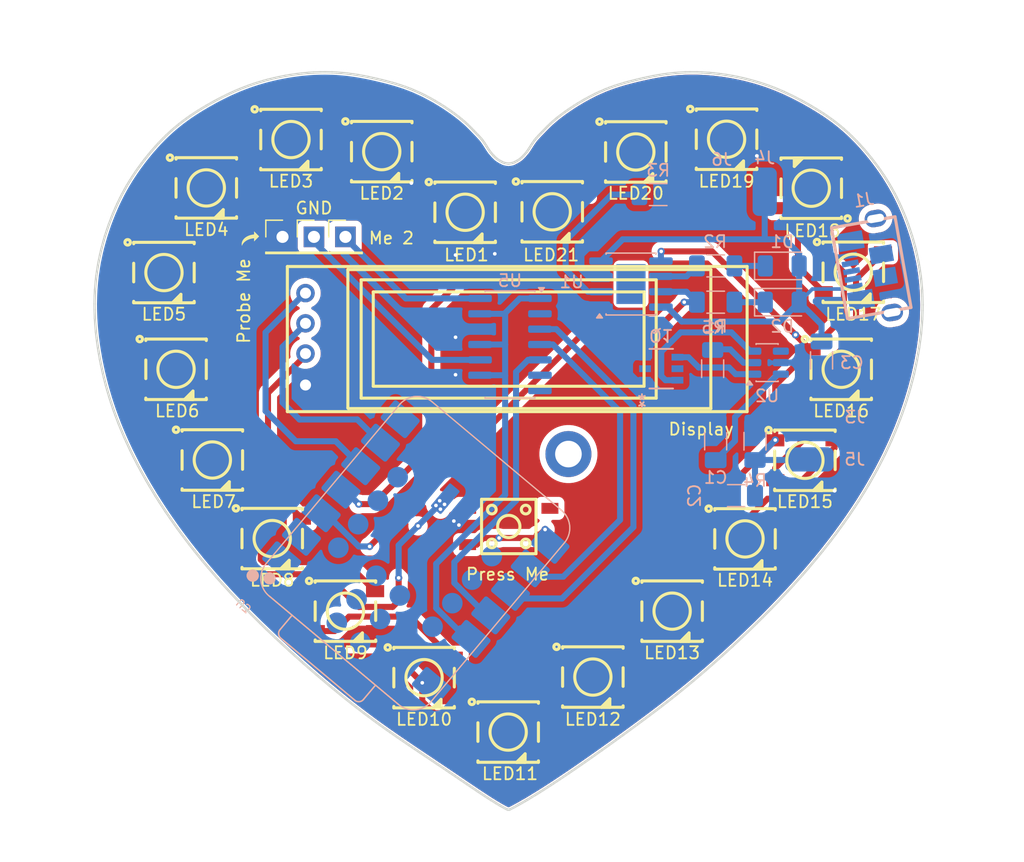
<source format=kicad_pcb>
(kicad_pcb (version 20241229) (generator "pcbnew") (generator_version "9.0")
  (layers (0 "F.Cu" signal) (2 "B.Cu" signal) (13 "F.Paste" user) (15 "B.Paste" user) (5 "F.SilkS" user "F.Silkscreen") (7 "B.SilkS" user "B.Silkscreen") (1 "F.Mask" user) (3 "B.Mask" user) (25 "Edge.Cuts" user))
  (net 0 "")
  (net 1 "GND")
  (net 2 "Net-(U2-GND)")
  (net 3 "/V_BAT")
  (net 4 "+5V_USB")
  (net 8 "Net-(J7-Pin_1)")
  (net 9 "Net-(J8-Pin_1)")
  (net 10 "Net-(LED1-DOUT)")
  (net 11 "/LED_Din")
  (net 12 "Net-(LED2-DOUT)")
  (net 13 "Net-(LED3-DOUT)")
  (net 14 "Net-(LED4-DOUT)")
  (net 15 "Net-(LED5-DOUT)")
  (net 16 "Net-(LED6-DOUT)")
  (net 17 "Net-(LED7-DOUT)")
  (net 18 "Net-(LED8-DOUT)")
  (net 19 "Net-(LED11-DOUT)")
  (net 20 "Net-(LED12-DOUT)")
  (net 21 "Net-(LED13-DOUT)")
  (net 22 "Net-(LED14-DOUT)")
  (net 23 "Net-(LED15-DOUT)")
  (net 24 "Net-(LED16-DOUT)")
  (net 25 "Net-(LED17-DOUT)")
  (net 26 "Net-(LED18-DOUT)")
  (net 27 "Net-(LED19-DOUT)")
  (net 28 "Net-(LED20-DOUT)")
  (net 29 "Net-(U2-OC)")
  (net 31 "Net-(U2-OD)")
  (net 33 "/CHRG")
  (net 34 "Net-(U1-~{STDBY})")
  (net 35 "Net-(U1-PROG)")
  (net 36 "Net-(U2-CS)")
  (net 37 "Net-(U3-D7)")
  (net 40 "Net-(U3-D9)")
  (net 41 "Net-(U3-D10)")
  (net 43 "Net-(U3-D8)")
  (net 45 "Net-(U3-3V3)")
  (net 46 "Net-(U3-D5)")
  (net 47 "Net-(U3-D4)")
  (net 52 "Net-(LED10-DIN)")
  (net 53 "Net-(LED10-DOUT)")
  (net 55 "Net-(D1-K)")
  (net 56 "Net-(D2-K)")
  (footprint "EasyEda-Import:LED-SMD_4P-L5.0-W5.0-TL_WS2812B-B" (layer "F.Cu") (at 175.375 79.05)
    (property "Reference" "LED16")
    (property "Value" "WS2812B" (hide yes))
  )
  (footprint "Connector_PinHeader_2.54mm:PinHeader_1x01_P2.54mm_Vertical" (layer "F.Cu") (at 131.8 68.1)
    (property "Reference" "GND")
    (property "Value" "GND")
  )
  (footprint "EasyEda-Import:LED-SMD_4P-L5.0-W5.0-TL_WS2812B-B" (layer "F.Cu") (at 137.4 61.05)
    (property "Reference" "LED2")
    (property "Value" "WS2812B" (hide yes))
  )
  (footprint "EasyEda-Import:LED-SMD_4P-L5.0-W5.0-TL_WS2812B-B" (layer "F.Cu") (at 176.375 71.025)
    (property "Reference" "LED17")
    (property "Value" "WS2812B" (hide yes))
  )
  (footprint "EasyEda-Import:LED-SMD_4P-L5.0-W5.0-TL_WS2812B-B" (layer "F.Cu") (at 165.9 60.025)
    (property "Reference" "LED19")
    (property "Value" "WS2812B" (hide yes))
  )
  (footprint "MountingHole:MountingHole_2.2mm_M2_DIN965_Pad_TopBottom" (layer "F.Cu") (at 152.83 86.06)
    (property "Reference" "REF**" (hide yes))
    (property "Value" "MountingHole_2.2mm_M2_DIN965_Pad_TopBottom")
  )
  (footprint "Connector_PinHeader_2.54mm:PinHeader_1x01_P2.54mm_Vertical" (layer "F.Cu") (at 134.4 68.1)
    (property "Reference" "Me 2")
    (property "Value" "Probe Me")
  )
  (footprint "EasyEda-Import:LED-SMD_4P-L5.0-W5.0-TL_WS2812B-B" (layer "F.Cu") (at 147.85 109.05)
    (property "Reference" "LED11")
    (property "Value" "WS2812B" (hide yes))
  )
  (footprint "EasyEda-Import:LED-SMD_4P-L5.0-W5.0-TL_WS2812B-B" (layer "F.Cu") (at 123.4 86.55)
    (property "Reference" "LED7")
    (property "Value" "WS2812B" (hide yes))
  )
  (footprint "EasyEda-Import:LED-SMD_4P-L5.0-W5.0-TL_WS2812B-B" (layer "F.Cu") (at 172.375 86.575)
    (property "Reference" "LED15")
    (property "Value" "WS2812B" (hide yes))
  )
  (footprint "EasyEda-Import:LED-SMD_4P-L5.0-W5.0-TL_WS2812B-B" (layer "F.Cu") (at 144.29322 66.062398)
    (property "Reference" "LED1")
    (property "Value" "WS2812B" (hide yes))
  )
  (footprint "EasyEda-Import:LED-SMD_4P-L5.0-W5.0-TL_WS2812B-B" (layer "F.Cu") (at 151.491319 66.024413)
    (property "Reference" "LED21")
    (property "Value" "WS2812B" (hide yes))
  )
  (footprint "EasyEda-Import:LED-SMD_4P-L5.0-W5.0-TL_WS2812B-B" (layer "F.Cu") (at 120.4 79.05)
    (property "Reference" "LED6")
    (property "Value" "WS2812B" (hide yes))
  )
  (footprint "EasyEda-Import:LED-SMD_4P-L5.0-W5.0-TL_WS2812B-B" (layer "F.Cu") (at 119.4 71.05)
    (property "Reference" "LED5")
    (property "Value" "WS2812B" (hide yes))
  )
  (footprint "EasyEda-Import:LED-SMD_4P-L5.0-W5.0-TL_WS2812B-B" (layer "F.Cu") (at 167.425 93.075)
    (property "Reference" "LED14")
    (property "Value" "WS2812B" (hide yes))
  )
  (footprint "EasyEda-Import:LED-SMD_4P-L5.0-W5.0-TL_WS2812B-B" (layer "F.Cu") (at 122.9 64.05)
    (property "Reference" "LED4")
    (property "Value" "WS2812B" (hide yes))
  )
  (footprint "EasyEda-Import:LED-SMD_4P-L5.0-W5.0-TL_WS2812B-B" (layer "F.Cu") (at 128.35 93.05)
    (property "Reference" "LED8")
    (property "Value" "WS2812B" (hide yes))
  )
  (footprint "EasyEda-Import:LED-SMD_4P-L5.0-W5.0-TL_WS2812B-B" (layer "F.Cu") (at 154.85 104.5)
    (property "Reference" "LED12")
    (property "Value" "WS2812B" (hide yes))
  )
  (footprint "EasyEda-Import:LED-SMD_4P-L5.0-W5.0-TL_WS2812B-B" (layer "F.Cu") (at 161.4 99.05)
    (property "Reference" "LED13")
    (property "Value" "WS2812B" (hide yes))
  )
  (footprint "EasyEda-Import:LED-SMD_4P-L5.0-W5.0-TL_WS2812B-B" (layer "F.Cu") (at 158.4 61.075)
    (property "Reference" "LED20")
    (property "Value" "WS2812B" (hide yes))
  )
  (footprint "Connector_PinHeader_2.54mm:PinHeader_1x01_P2.54mm_Vertical" (layer "F.Cu") (at 129.2 68.1)
    (property "Reference" "Probe Me")
    (property "Value" "Me Too")
  )
  (footprint "EasyEda-Import:LED-SMD_4P-L5.0-W5.0-TL_WS2812B-B" (layer "F.Cu") (at 140.9 104.55)
    (property "Reference" "LED10")
    (property "Value" "WS2812B" (hide yes))
  )
  (footprint "EasyEda-Import:LED-SMD_4P-L5.0-W5.0-TL_WS2812B-B" (layer "F.Cu") (at 134.4 99.05)
    (property "Reference" "LED9")
    (property "Value" "WS2812B" (hide yes))
  )
  (footprint "EasyEda-Import:LED-SMD_4P-L5.0-W5.0-TL_WS2812B-B" (layer "F.Cu") (at 129.9 60.05)
    (property "Reference" "LED3")
    (property "Value" "WS2812B" (hide yes))
  )
  (footprint "Displays:128x32-OLED-Module" (layer "F.Cu") (at 129.6 70.55)
    (property "Reference" "Display")
    (property "Value" "~")
  )
  (footprint "EasyEda-Import:LED-SMD_4P-L5.0-W5.0-TL_WS2812B-B" (layer "F.Cu") (at 172.9 64.075 180)
    (property "Reference" "LED18")
    (property "Value" "WS2812B" (hide yes))
  )
  (footprint "Button:SW-SMD_4P-L4.5-W4.5-P3.00-LS7.0" (layer "F.Cu") (at 147.9 92.05 180)
    (property "Reference" "Press Me")
    (property "Value" "SW_Push")
  )
  (footprint "LED_SMD:LED_1206_3216Metric" (layer "B.Cu") (at 170.5 70.5)
    (property "Reference" "D1")
    (property "Value" "SDTBY")
  )
  (footprint "Connector_Wire:SolderWirePad_1x01_SMD_2x4mm" (layer "B.Cu") (at 172.75 83 90)
    (property "Reference" "J3")
    (property "Value" "IN-")
  )
  (footprint "Resistor_SMD:R_1206_3216Metric_Pad1.30x1.75mm_HandSolder" (layer "B.Cu") (at 165 73.5 180)
    (property "Reference" "R1")
    (property "Value" "1k")
  )
  (footprint "Connector_Wire:SolderWirePad_1x01_SMD_2x4mm" (layer "B.Cu") (at 169.053644 64.365 180)
    (property "Reference" "J4")
    (property "Value" "IN+")
  )
  (footprint "Capacitor_SMD:C_1206_3216Metric_Pad1.33x1.80mm_HandSolder" (layer "B.Cu") (at 165 85 90)
    (property "Reference" "C1")
    (property "Value" "100nF")
  )
  (footprint "LED_SMD:LED_1206_3216Metric" (layer "B.Cu") (at 170.5 73.5)
    (property "Reference" "D2")
    (property "Value" "CHRG")
  )
  (footprint "Capacitor_SMD:C_1206_3216Metric_Pad1.33x1.80mm_HandSolder" (layer "B.Cu") (at 166.6875 89.5)
    (property "Reference" "C2")
    (property "Value" "10uF")
  )
  (footprint "Resistor_SMD:R_1206_3216Metric_Pad1.30x1.75mm_HandSolder" (layer "B.Cu") (at 165 70.5 180)
    (property "Reference" "R2")
    (property "Value" "1k")
  )
  (footprint "FS8205A:SOT-23-6L_TCP" (layer "B.Cu") (at 160.5 79)
    (property "Reference" "Q1")
    (property "Value" "FS8205A")
  )
  (footprint "Capacitor_SMD:C_1206_3216Metric_Pad1.33x1.80mm_HandSolder" (layer "B.Cu") (at 173.75 78.3125 -90)
    (property "Reference" "C3")
    (property "Value" "100nF")
  )
  (footprint "Resistor_SMD:R_1206_3216Metric_Pad1.30x1.75mm_HandSolder" (layer "B.Cu") (at 160.25 64.6)
    (property "Reference" "R3")
    (property "Value" "1.2k")
  )
  (footprint "Resistor_SMD:R_1206_3216Metric_Pad1.30x1.75mm_HandSolder" (layer "B.Cu") (at 164.75 79 90)
    (property "Reference" "R5")
    (property "Value" "1k")
  )
  (footprint "Connector_Wire:SolderWirePad_1x01_SMD_2x4mm" (layer "B.Cu") (at 172.75 86.5 90)
    (property "Reference" "J5")
    (property "Value" "B+")
  )
  (footprint "Connector_Wire:SolderWirePad_1x01_SMD_2x4mm" (layer "B.Cu") (at 165.5 64.5 180)
    (property "Reference" "J6")
    (property "Value" "B-")
  )
  (footprint "Resistor_SMD:R_1206_3216Metric_Pad1.30x1.75mm_HandSolder" (layer "B.Cu") (at 168.25 85 -90)
    (property "Reference" "R4")
    (property "Value" "100")
  )
  (footprint "1051640001:MICRO-USB-SMD_5P-P0.65-H-F_105164-0001" (layer "B.Cu") (at 177.567708 70.700361 -170)
    (property "Reference" "J1")
    (property "Value" "1051640001")
  )
  (footprint "XIAO-RA4M1-SMD:XIAO-RA4M1-SMD" (layer "B.Cu") (at 140.156797 94.151022 -40)
    (property "Reference" "U3")
    (property "Value" "~")
  )
  (footprint "Package_SO:SOIC-14_3.9x8.7mm_P1.27mm" (layer "B.Cu") (at 148 77 180)
    (property "Reference" "U5")
    (property "Value" "MCP4922")
  )
  (footprint "Package_TO_SOT_SMD:SOT-23-6" (layer "B.Cu") (at 169.25 78.5)
    (property "Reference" "U2")
    (property "Value" "DW01A")
  )
  (footprint "Package_SO:SOIC-8-1EP_3.9x4.9mm_P1.27mm_EP2.41x3.3mm_ThermalVias" (layer "B.Cu") (at 158 72)
    (property "Reference" "U1")
    (property "Value" "TP4056-42-ESOP8")
  )
  (gr_poly (pts (xy 125.826397 68.653511) (xy 125.830263 68.615616) (xy 125.836635 68.578228) (xy 125.845454 68.54139) (xy 125.856662 68.505142) (xy 125.8702 68.469524) (xy 125.886009 68.434577) (xy 125.90403 68.400343) (xy 125.924206 68.366861) (xy 125.946477 68.334173) (xy 125.970785 68.30232) (xy 125.997071 68.271341) (xy 126.025276 68.241279) (xy 126.055342 68.212173) (xy 126.087211 68.184064) (xy 126.120822 68.156994) (xy 126.156119 68.131003) (xy 126.193042 68.106132) (xy 126.231533 68.082421) (xy 126.271533 68.059912) (xy 126.312983 68.038645) (xy 126.355825 68.018661) (xy 126.4 68) (xy 126.445449 67.982704) (xy 126.492115 67.966813) (xy 126.539937 67.952368) (xy 126.588858 67.939409) (xy 126.638819 67.927978) (xy 126.689761 67.918116) (xy 126.741626 67.909863) (xy 126.794355 67.903259) (xy 126.847889 67.898346) (xy 126.847889 67.63567) (xy 127.271252 68.059128) (xy 126.847889 68.482443) (xy 126.847889 68.216695) (xy 126.755521 68.226302) (xy 126.665705 68.240907) (xy 126.578748 68.260297) (xy 126.494958 68.28426) (xy 126.414639 68.312582) (xy 126.338099 68.345051) (xy 126.265645 68.381454) (xy 126.197582 68.421578) (xy 126.134217 68.46521) (xy 126.075857 68.512138) (xy 126.022808 68.562148) (xy 125.975376 68.615029) (xy 125.933869 68.670565) (xy 125.898592 68.728546) (xy 125.869852 68.788758) (xy 125.858029 68.819635) (xy 125.847955 68.850989) (xy 125.842679 68.831617) (xy 125.838074 68.812083) (xy 125.83415 68.792394) (xy 125.830917 68.772556) (xy 125.828385 68.752579) (xy 125.826564 68.732467) (xy 125.825464 68.71223) (xy 125.825095 68.691874)) (fill yes) (layer "F.SilkS"))
  (gr_line (start 134.969826 106.739425) (end 135.341386 107.028556) (stroke (width 0.2)) (layer "Edge.Cuts"))
  (gr_line (start 131.751855 54.508535) (end 131.36071 54.536005) (stroke (width 0.2)) (layer "Edge.Cuts"))
  (gr_line (start 115.190384 66.18511) (end 115.05059 66.53697) (stroke (width 0.2)) (layer "Edge.Cuts"))
  (gr_line (start 177.33118 89.109957) (end 176.838485 89.906585) (stroke (width 0.2)) (layer "Edge.Cuts"))
  (gr_line (start 152.119671 58.08576) (end 152.53152 57.778051) (stroke (width 0.2)) (layer "Edge.Cuts"))
  (gr_line (start 120.262654 59.096296) (end 120.000703 59.327306) (stroke (width 0.2)) (layer "Edge.Cuts"))
  (gr_line (start 113.67049 74.115974) (end 113.692882 74.817244) (stroke (width 0.2)) (layer "Edge.Cuts"))
  (gr_line (start 155.383309 56.117638) (end 155.044844 56.274227) (stroke (width 0.2)) (layer "Edge.Cuts"))
  (gr_line (start 180.643591 82.039408) (end 180.420516 82.687137) (stroke (width 0.2)) (layer "Edge.Cuts"))
  (gr_line (start 141.439907 56.651573) (end 140.928516 56.379798) (stroke (width 0.2)) (layer "Edge.Cuts"))
  (gr_line (start 181.621173 69.509237) (end 181.518156 69.068766) (stroke (width 0.2)) (layer "Edge.Cuts"))
  (gr_line (start 130.912606 103.345844) (end 131.35262 103.731452) (stroke (width 0.2)) (layer "Edge.Cuts"))
  (gr_line (start 143.754758 58.174792) (end 143.366391 57.87811) (stroke (width 0.2)) (layer "Edge.Cuts"))
  (gr_line (start 149.558936 60.821805) (end 149.749358 60.521996) (stroke (width 0.2)) (layer "Edge.Cuts"))
  (gr_line (start 150.238062 114.159647) (end 149.498384 114.611053) (stroke (width 0.2)) (layer "Edge.Cuts"))
  (gr_line (start 126.806925 55.453133) (end 126.332679 55.617246) (stroke (width 0.2)) (layer "Edge.Cuts"))
  (gr_line (start 160.997735 54.618125) (end 161.542893 54.555128) (stroke (width 0.2)) (layer "Edge.Cuts"))
  (gr_line (start 131.36071 54.536005) (end 130.774599 54.589084) (stroke (width 0.2)) (layer "Edge.Cuts"))
  (gr_line (start 116.87125 86.25445) (end 117.241794 86.978813) (stroke (width 0.2)) (layer "Edge.Cuts"))
  (gr_line (start 117.788245 61.721006) (end 117.572301 62.005505) (stroke (width 0.2)) (layer "Edge.Cuts"))
  (gr_line (start 160.125205 54.752535) (end 159.788198 54.814138) (stroke (width 0.2)) (layer "Edge.Cuts"))
  (gr_line (start 116.311394 85.08331) (end 116.635992 85.778803) (stroke (width 0.2)) (layer "Edge.Cuts"))
  (gr_line (start 162.80364 105.098853) (end 163.181756 104.784277) (stroke (width 0.2)) (layer "Edge.Cuts"))
  (gr_line (start 142.284945 57.148264) (end 141.781364 56.842804) (stroke (width 0.2)) (layer "Edge.Cuts"))
  (gr_line (start 178.739704 86.574484) (end 178.982075 86.089895) (stroke (width 0.2)) (layer "Edge.Cuts"))
  (gr_line (start 115.031015 81.809122) (end 115.244017 82.442859) (stroke (width 0.2)) (layer "Edge.Cuts"))
  (gr_line (start 133.035309 105.169997) (end 133.433727 105.500253) (stroke (width 0.2)) (layer "Edge.Cuts"))
  (gr_line (start 135.944259 54.809767) (end 135.448203 54.719167) (stroke (width 0.2)) (layer "Edge.Cuts"))
  (gr_line (start 115.932548 64.588011) (end 115.778696 64.891793) (stroke (width 0.2)) (layer "Edge.Cuts"))
  (gr_line (start 125.581846 55.910184) (end 125.294411 56.033713) (stroke (width 0.2)) (layer "Edge.Cuts"))
  (gr_line (start 121.578811 58.090878) (end 121.316044 58.276008) (stroke (width 0.2)) (layer "Edge.Cuts"))
  (gr_line (start 177.51366 61.155291) (end 177.272709 60.870414) (stroke (width 0.2)) (layer "Edge.Cuts"))
  (gr_line (start 123.058349 95.450666) (end 123.75189 96.255336) (stroke (width 0.2)) (layer "Edge.Cuts"))
  (gr_line (start 159.093274 107.998437) (end 159.49475 107.698771) (stroke (width 0.2)) (layer "Edge.Cuts"))
  (gr_line (start 136.739536 54.975817) (end 136.268353 54.873578) (stroke (width 0.2)) (layer "Edge.Cuts"))
  (gr_line (start 128.592367 101.231063) (end 129.068119 101.674883) (stroke (width 0.2)) (layer "Edge.Cuts"))
  (gr_line (start 117.928522 88.226174) (end 118.229251 88.738663) (stroke (width 0.2)) (layer "Edge.Cuts"))
  (gr_line (start 144.823861 59.13766) (end 144.68952 59.001602) (stroke (width 0.2)) (layer "Edge.Cuts"))
  (gr_line (start 179.316182 85.381302) (end 179.527826 84.915888) (stroke (width 0.2)) (layer "Edge.Cuts"))
  (gr_line (start 124.597322 56.354116) (end 124.191946 56.554286) (stroke (width 0.2)) (layer "Edge.Cuts"))
  (gr_line (start 182.034799 75.379436) (end 181.972244 76.082989) (stroke (width 0.2)) (layer "Edge.Cuts"))
  (gr_line (start 175.541416 91.824566) (end 174.931297 92.66367) (stroke (width 0.2)) (layer "Edge.Cuts"))
  (gr_line (start 142.963878 112.351452) (end 143.535113 112.737232) (stroke (width 0.2)) (layer "Edge.Cuts"))
  (gr_line (start 179.536797 64.055264) (end 179.367298 63.760557) (stroke (width 0.2)) (layer "Edge.Cuts"))
  (gr_line (start 152.899773 112.419933) (end 153.449463 112.044989) (stroke (width 0.2)) (layer "Edge.Cuts"))
  (gr_line (start 144.68952 59.001602) (end 144.468215 58.784748) (stroke (width 0.2)) (layer "Edge.Cuts"))
  (gr_line (start 137.50177 55.156234) (end 137.04847 55.046054) (stroke (width 0.2)) (layer "Edge.Cuts"))
  (gr_line (start 125.42824 98.085382) (end 126.159536 98.846196) (stroke (width 0.2)) (layer "Edge.Cuts"))
  (gr_line (start 156.204277 55.777532) (end 155.882093 55.90168) (stroke (width 0.2)) (layer "Edge.Cuts"))
  (gr_curve (pts (xy 148.569731 61.823388) (xy 148.697327 61.750264) (xy 148.819009 61.664404) (xy 148.933942 61.568463)) (stroke (width 0.2)) (layer "Edge.Cuts"))
  (gr_line (start 147.959752 115.464111) (end 148.368996 115.252245) (stroke (width 0.2)) (layer "Edge.Cuts"))
  (gr_line (start 181.531004 78.801169) (end 181.383638 79.458196) (stroke (width 0.2)) (layer "Edge.Cuts"))
  (gr_line (start 126.648821 99.340514) (end 127.382117 100.069232) (stroke (width 0.2)) (layer "Edge.Cuts"))
  (gr_line (start 113.705403 72.473726) (end 113.683043 72.942693) (stroke (width 0.2)) (layer "Edge.Cuts"))
  (gr_line (start 180.685774 66.478307) (end 180.543082 66.121361) (stroke (width 0.2)) (layer "Edge.Cuts"))
  (gr_line (start 174.248489 58.138436) (end 173.981197 57.95569) (stroke (width 0.2)) (layer "Edge.Cuts"))
  (gr_line (start 163.772676 104.282817) (end 163.181756 104.784277) (stroke (width 0.2)) (layer "Edge.Cuts"))
  (gr_line (start 146.22024 60.850661) (end 146.030087 60.553377) (stroke (width 0.2)) (layer "Edge.Cuts"))
  (gr_line (start 145.326287 113.947844) (end 145.656574 114.167242) (stroke (width 0.2)) (layer "Edge.Cuts"))
  (gr_line (start 117.258915 62.432382) (end 117.06182 62.716519) (stroke (width 0.2)) (layer "Edge.Cuts"))
  (gr_line (start 152.899773 112.419933) (end 152.078426 112.97353) (stroke (width 0.2)) (layer "Edge.Cuts"))
  (gr_line (start 128.510989 54.974888) (end 127.977875 55.104687) (stroke (width 0.2)) (layer "Edge.Cuts"))
  (gr_line (start 174.501363 93.228026) (end 174.931297 92.66367) (stroke (width 0.2)) (layer "Edge.Cuts"))
  (gr_line (start 180.322599 65.612673) (end 180.173052 65.283424) (stroke (width 0.2)) (layer "Edge.Cuts"))
  (gr_line (start 166.803764 54.877546) (end 166.426208 54.802001) (stroke (width 0.2)) (layer "Edge.Cuts"))
  (gr_line (start 114.713801 67.46173) (end 114.52312 68.048868) (stroke (width 0.2)) (layer "Edge.Cuts"))
  (gr_line (start 115.644488 83.517809) (end 115.823201 83.957803) (stroke (width 0.2)) (layer "Edge.Cuts"))
  (gr_line (start 171.584864 56.563705) (end 171.31177 56.425976) (stroke (width 0.2)) (layer "Edge.Cuts"))
  (gr_line (start 156.204277 55.777532) (end 156.678922 55.60717) (stroke (width 0.2)) (layer "Edge.Cuts"))
  (gr_line (start 151.547104 58.554333) (end 151.356915 58.723788) (stroke (width 0.2)) (layer "Edge.Cuts"))
  (gr_line (start 180.980688 80.966587) (end 181.10472 80.537743) (stroke (width 0.2)) (layer "Edge.Cuts"))
  (gr_line (start 170.919152 97.444923) (end 170.153732 98.259735) (stroke (width 0.2)) (layer "Edge.Cuts"))
  (gr_line (start 113.833322 76.427249) (end 113.92222 77.103671) (stroke (width 0.2)) (layer "Edge.Cuts"))
  (gr_curve (pts (xy 147.88 62.04) (xy 148.027166 62.029598) (xy 148.170036 62.001905) (xy 148.308625 61.956903)) (stroke (width 0.2)) (layer "Edge.Cuts"))
  (gr_line (start 116.597342 63.426995) (end 116.337347 63.855953) (stroke (width 0.2)) (layer "Edge.Cuts"))
  (gr_line (start 166.803764 54.877546) (end 167.360448 54.999558) (stroke (width 0.2)) (layer "Edge.Cuts"))
  (gr_line (start 138.112588 109.067639) (end 138.679082 109.461893) (stroke (width 0.2)) (layer "Edge.Cuts"))
  (gr_line (start 159.299433 54.914756) (end 159.788198 54.814138) (stroke (width 0.2)) (layer "Edge.Cuts"))
  (gr_line (start 144.468215 58.784748) (end 144.290624 58.623133) (stroke (width 0.2)) (layer "Edge.Cuts"))
  (gr_line (start 113.692882 74.817244) (end 113.723129 75.281061) (stroke (width 0.2)) (layer "Edge.Cuts"))
  (gr_line (start 147.554294 115.336512) (end 147.800249 115.464111) (stroke (width 0.2)) (layer "Edge.Cuts"))
  (gr_line (start 137.181952 108.405761) (end 137.737851 108.804159) (stroke (width 0.2)) (layer "Edge.Cuts"))
  (gr_line (start 146.137684 114.482843) (end 146.441688 114.6764) (stroke (width 0.2)) (layer "Edge.Cuts"))
  (gr_line (start 123.926785 56.692032) (end 123.532326 56.902637) (stroke (width 0.2)) (layer "Edge.Cuts"))
  (gr_curve (pts (xy 150.791293 59.287634) (xy 150.853062 59.223723) (xy 150.915739 59.158802) (xy 150.980425 59.092092)) (stroke (width 0.2)) (layer "Edge.Cuts"))
  (gr_line (start 120.657598 58.77241) (end 120.262654 59.096296) (stroke (width 0.2)) (layer "Edge.Cuts"))
  (gr_line (start 179.098881 63.324443) (end 179.367298 63.760557) (stroke (width 0.2)) (layer "Edge.Cuts"))
  (gr_line (start 165.846143 54.704481) (end 166.426208 54.802001) (stroke (width 0.2)) (layer "Edge.Cuts"))
  (gr_line (start 127.634445 55.19917) (end 127.130457 55.347479) (stroke (width 0.2)) (layer "Edge.Cuts"))
  (gr_line (start 169.641096 98.78906) (end 170.153732 98.259735) (stroke (width 0.2)) (layer "Edge.Cuts"))
  (gr_line (start 164.860509 54.577424) (end 164.462415 54.539346) (stroke (width 0.2)) (layer "Edge.Cuts"))
  (gr_line (start 116.337347 63.855953) (end 116.172749 64.146306) (stroke (width 0.2)) (layer "Edge.Cuts"))
  (gr_line (start 122.881902 57.270322) (end 122.62224 57.424813) (stroke (width 0.2)) (layer "Edge.Cuts"))
  (gr_line (start 117.241794 86.978813) (end 117.509025 87.473631) (stroke (width 0.2)) (layer "Edge.Cuts"))
  (gr_line (start 160.987065 106.558517) (end 161.346944 106.277001) (stroke (width 0.2)) (layer "Edge.Cuts"))
  (gr_line (start 121.971302 57.830557) (end 121.578811 58.090878) (stroke (width 0.2)) (layer "Edge.Cuts"))
  (gr_line (start 137.801211 55.231871) (end 137.50177 55.156234) (stroke (width 0.2)) (layer "Edge.Cuts"))
  (gr_line (start 167.122281 101.268329) (end 167.613165 100.802085) (stroke (width 0.2)) (layer "Edge.Cuts"))
  (gr_line (start 159.093274 107.998437) (end 158.470894 108.459952) (stroke (width 0.2)) (layer "Edge.Cuts"))
  (gr_line (start 124.94314 97.571211) (end 125.42824 98.085382) (stroke (width 0.2)) (layer "Edge.Cuts"))
  (gr_line (start 165.932508 102.373476) (end 165.249666 102.991418) (stroke (width 0.2)) (layer "Edge.Cuts"))
  (gr_line (start 174.918955 58.628368) (end 174.650382 58.423994) (stroke (width 0.2)) (layer "Edge.Cuts"))
  (gr_line (start 168.366321 100.069246) (end 168.873376 99.568296) (stroke (width 0.2)) (layer "Edge.Cuts"))
  (gr_line (start 119.924344 91.379188) (end 120.495638 92.190366) (stroke (width 0.2)) (layer "Edge.Cuts"))
  (gr_line (start 169.401783 55.609138) (end 169.868486 55.784595) (stroke (width 0.2)) (layer "Edge.Cuts"))
  (gr_line (start 115.552576 65.358178) (end 115.406259 65.68318) (stroke (width 0.2)) (layer "Edge.Cuts"))
  (gr_line (start 138.999041 55.581306) (end 138.545821 55.438277) (stroke (width 0.2)) (layer "Edge.Cuts"))
  (gr_line (start 180.258974 83.123852) (end 180.420516 82.687137) (stroke (width 0.2)) (layer "Edge.Cuts"))
  (gr_line (start 170.168171 55.90713) (end 170.608322 56.095586) (stroke (width 0.2)) (layer "Edge.Cuts"))
  (gr_line (start 160.068618 107.265076) (end 160.442175 106.980378) (stroke (width 0.2)) (layer "Edge.Cuts"))
  (gr_line (start 155.383309 56.117638) (end 155.882093 55.90168) (stroke (width 0.2)) (layer "Edge.Cuts"))
  (gr_curve (pts (xy 145.007363 59.32763) (xy 144.946993 59.26524) (xy 144.886135 59.202163) (xy 144.823861 59.13766)) (stroke (width 0.2)) (layer "Edge.Cuts"))
  (gr_line (start 137.04847 55.046054) (end 136.739536 54.975817) (stroke (width 0.2)) (layer "Edge.Cuts"))
  (gr_line (start 135.448203 54.719167) (end 135.105978 54.666003) (stroke (width 0.2)) (layer "Edge.Cuts"))
  (gr_line (start 158.031277 108.782759) (end 157.348359 109.281498) (stroke (width 0.2)) (layer "Edge.Cuts"))
  (gr_line (start 146.881968 114.949937) (end 147.157512 115.112224) (stroke (width 0.2)) (layer "Edge.Cuts"))
  (gr_line (start 156.86712 109.629859) (end 157.348359 109.281498) (stroke (width 0.2)) (layer "Edge.Cuts"))
  (gr_line (start 167.719815 55.089823) (end 168.247587 55.232592) (stroke (width 0.2)) (layer "Edge.Cuts"))
  (gr_line (start 173.373336 94.644398) (end 173.836727 94.077259) (stroke (width 0.2)) (layer "Edge.Cuts"))
  (gr_line (start 113.995988 70.176453) (end 113.918305 70.62732) (stroke (width 0.2)) (layer "Edge.Cuts"))
  (gr_line (start 133.433727 105.500253) (end 134.021386 105.982058) (stroke (width 0.2)) (layer "Edge.Cuts"))
  (gr_line (start 114.594133 80.340241) (end 114.711206 80.759743) (stroke (width 0.2)) (layer "Edge.Cuts"))
  (gr_line (start 156.987569 55.50848) (end 156.678922 55.60717) (stroke (width 0.2)) (layer "Edge.Cuts"))
  (gr_line (start 135.105978 54.666003) (end 134.582135 54.594357) (stroke (width 0.2)) (layer "Edge.Cuts"))
  (gr_line (start 173.582086 57.698223) (end 173.316696 57.53231) (stroke (width 0.2)) (layer "Edge.Cuts"))
  (gr_line (start 179.536797 64.055264) (end 179.783749 64.50322) (stroke (width 0.2)) (layer "Edge.Cuts"))
  (gr_line (start 150.791293 59.287634) (end 150.668662 59.414447) (stroke (width 0.2)) (layer "Edge.Cuts"))
  (gr_line (start 170.919152 97.444923) (end 171.425949 96.89484) (stroke (width 0.2)) (layer "Edge.Cuts"))
  (gr_line (start 181.275611 79.891304) (end 181.383638 79.458196) (stroke (width 0.2)) (layer "Edge.Cuts"))
  (gr_line (start 173.373336 94.644398) (end 172.661935 95.493893) (stroke (width 0.2)) (layer "Edge.Cuts"))
  (gr_line (start 114.404473 68.457285) (end 114.235663 69.08416) (stroke (width 0.2)) (layer "Edge.Cuts"))
  (gr_line (start 139.061792 109.72438) (end 139.640188 110.118299) (stroke (width 0.2)) (layer "Edge.Cuts"))
  (gr_line (start 150.166496 59.945853) (end 150.357073 59.735056) (stroke (width 0.2)) (layer "Edge.Cuts"))
  (gr_line (start 113.992665 77.547596) (end 114.107622 78.207072) (stroke (width 0.2)) (layer "Edge.Cuts"))
  (gr_line (start 181.029583 67.417548) (end 180.895502 67.030554) (stroke (width 0.2)) (layer "Edge.Cuts"))
  (gr_line (start 172.172059 96.056539) (end 172.661935 95.493893) (stroke (width 0.2)) (layer "Edge.Cuts"))
  (gr_line (start 153.659888 57.034308) (end 154.177892 56.728768) (stroke (width 0.2)) (layer "Edge.Cuts"))
  (gr_line (start 167.719815 55.089823) (end 167.360448 54.999558) (stroke (width 0.2)) (layer "Edge.Cuts"))
  (gr_line (start 161.88597 105.847491) (end 161.346944 106.277001) (stroke (width 0.2)) (layer "Edge.Cuts"))
  (gr_line (start 124.225248 96.784797) (end 124.94314 97.571211) (stroke (width 0.2)) (layer "Edge.Cuts"))
  (gr_line (start 115.823201 83.957803) (end 116.10584 84.626616) (stroke (width 0.2)) (layer "Edge.Cuts"))
  (gr_line (start 113.92222 77.103671) (end 113.992665 77.547596) (stroke (width 0.2)) (layer "Edge.Cuts"))
  (gr_line (start 175.541416 91.824566) (end 175.933747 91.269129) (stroke (width 0.2)) (layer "Edge.Cuts"))
  (gr_line (start 127.977875 55.104687) (end 127.634445 55.19917) (stroke (width 0.2)) (layer "Edge.Cuts"))
  (gr_line (start 149.034808 114.88004) (end 148.368996 115.252245) (stroke (width 0.2)) (layer "Edge.Cuts"))
  (gr_curve (pts (xy 143.907045 112.989111) (xy 144.091967 113.114373) (xy 144.274798 113.238281) (xy 144.455315 113.360601)) (stroke (width 0.2)) (layer "Edge.Cuts"))
  (gr_line (start 179.94151 64.811006) (end 179.783749 64.50322) (stroke (width 0.2)) (layer "Edge.Cuts"))
  (gr_line (start 134.582135 54.594357) (end 134.221556 54.557183) (stroke (width 0.2)) (layer "Edge.Cuts"))
  (gr_line (start 113.816419 71.311601) (end 113.765635 71.77471) (stroke (width 0.2)) (layer "Edge.Cuts"))
  (gr_line (start 149.864846 60.344003) (end 150.0417 60.094818) (stroke (width 0.2)) (layer "Edge.Cuts"))
  (gr_line (start 135.895218 107.453949) (end 136.262433 107.729844) (stroke (width 0.2)) (layer "Edge.Cuts"))
  (gr_line (start 145.91631 60.376132) (end 145.743516 60.127843) (stroke (width 0.2)) (layer "Edge.Cuts"))
  (gr_line (start 168.586551 55.335346) (end 169.083324 55.495746) (stroke (width 0.2)) (layer "Edge.Cuts"))
  (gr_line (start 182.034799 75.379436) (end 182.067487 74.907408) (stroke (width 0.2)) (layer "Edge.Cuts"))
  (gr_line (start 113.723129 75.281061) (end 113.781321 75.972312) (stroke (width 0.2)) (layer "Edge.Cuts"))
  (gr_line (start 138.24763 55.35309) (end 137.801211 55.231871) (stroke (width 0.2)) (layer "Edge.Cuts"))
  (gr_line (start 141.993451 111.698796) (end 142.578789 112.091937) (stroke (width 0.2)) (layer "Edge.Cuts"))
  (gr_line (start 180.980688 80.966587) (end 180.785133 81.609496) (stroke (width 0.2)) (layer "Edge.Cuts"))
  (gr_line (start 123.75189 96.255336) (end 124.225248 96.784797) (stroke (width 0.2)) (layer "Edge.Cuts"))
  (gr_line (start 182.081788 72.999465) (end 182.09879 73.716488) (stroke (width 0.2)) (layer "Edge.Cuts"))
  (gr_line (start 175.589502 59.177575) (end 175.321802 58.948515) (stroke (width 0.2)) (layer "Edge.Cuts"))
  (gr_line (start 177.51366 61.155291) (end 177.865868 61.586442) (stroke (width 0.2)) (layer "Edge.Cuts"))
  (gr_line (start 154.525966 56.540129) (end 155.044844 56.274227) (stroke (width 0.2)) (layer "Edge.Cuts"))
  (gr_line (start 115.406259 65.68318) (end 115.190384 66.18511) (stroke (width 0.2)) (layer "Edge.Cuts"))
  (gr_line (start 172.172059 96.056539) (end 171.425949 96.89484) (stroke (width 0.2)) (layer "Edge.Cuts"))
  (gr_line (start 120.921158 58.565408) (end 120.657598 58.77241) (stroke (width 0.2)) (layer "Edge.Cuts"))
  (gr_line (start 180.322599 65.612673) (end 180.543082 66.121361) (stroke (width 0.2)) (layer "Edge.Cuts"))
  (gr_line (start 167.122281 101.268329) (end 166.398639 101.946277) (stroke (width 0.2)) (layer "Edge.Cuts"))
  (gr_line (start 116.172749 64.146306) (end 115.932548 64.588011) (stroke (width 0.2)) (layer "Edge.Cuts"))
  (gr_line (start 172.919707 57.295443) (end 172.655109 57.141576) (stroke (width 0.2)) (layer "Edge.Cuts"))
  (gr_line (start 164.81368 103.377936) (end 165.249666 102.991418) (stroke (width 0.2)) (layer "Edge.Cuts"))
  (gr_line (start 172.919707 57.295443) (end 173.316696 57.53231) (stroke (width 0.2)) (layer "Edge.Cuts"))
  (gr_line (start 158.512492 55.093931) (end 158.979632 54.984361) (stroke (width 0.2)) (layer "Edge.Cuts"))
  (gr_line (start 114.235663 69.08416) (end 114.134929 69.516505) (stroke (width 0.2)) (layer "Edge.Cuts"))
  (gr_line (start 115.244017 82.442859) (end 115.399115 82.870375) (stroke (width 0.2)) (layer "Edge.Cuts"))
  (gr_line (start 181.621173 69.509237) (end 181.763266 70.181682) (stroke (width 0.2)) (layer "Edge.Cuts"))
  (gr_line (start 180.685774 66.478307) (end 180.895502 67.030554) (stroke (width 0.2)) (layer "Edge.Cuts"))
  (gr_line (start 136.813203 108.138202) (end 137.181952 108.405761) (stroke (width 0.2)) (layer "Edge.Cuts"))
  (gr_line (start 115.778696 64.891793) (end 115.552576 65.358178) (stroke (width 0.2)) (layer "Edge.Cuts"))
  (gr_line (start 181.842671 70.641107) (end 181.763266 70.181682) (stroke (width 0.2)) (layer "Edge.Cuts"))
  (gr_line (start 115.399115 82.870375) (end 115.644488 83.517809) (stroke (width 0.2)) (layer "Edge.Cuts"))
  (gr_line (start 178.089467 61.876137) (end 178.4141 62.311162) (stroke (width 0.2)) (layer "Edge.Cuts"))
  (gr_line (start 134.221556 54.557183) (end 133.671143 54.512288) (stroke (width 0.2)) (layer "Edge.Cuts"))
  (gr_line (start 151.540161 113.32788) (end 152.078426 112.97353) (stroke (width 0.2)) (layer "Edge.Cuts"))
  (gr_curve (pts (xy 150.483074 59.604845) (xy 150.545708 59.540361) (xy 150.607607 59.47712) (xy 150.668662 59.414447)) (stroke (width 0.2)) (layer "Edge.Cuts"))
  (gr_line (start 169.641096 98.78906) (end 168.873376 99.568296) (stroke (width 0.2)) (layer "Edge.Cuts"))
  (gr_line (start 117.06182 62.716519) (end 116.776598 63.142415) (stroke (width 0.2)) (layer "Edge.Cuts"))
  (gr_line (start 180.643591 82.039408) (end 180.785133 81.609496) (stroke (width 0.2)) (layer "Edge.Cuts"))
  (gr_line (start 132.723128 54.482486) (end 132.336012 54.48787) (stroke (width 0.2)) (layer "Edge.Cuts"))
  (gr_line (start 120.000703 59.327306) (end 119.610014 59.687083) (stroke (width 0.2)) (layer "Edge.Cuts"))
  (gr_line (start 130.233492 102.739777) (end 130.912606 103.345844) (stroke (width 0.2)) (layer "Edge.Cuts"))
  (gr_line (start 132.000642 104.293427) (end 132.419228 104.650233) (stroke (width 0.2)) (layer "Edge.Cuts"))
  (gr_line (start 114.433456 79.707619) (end 114.594133 80.340241) (stroke (width 0.2)) (layer "Edge.Cuts"))
  (gr_line (start 126.028342 55.732477) (end 125.581846 55.910184) (stroke (width 0.2)) (layer "Edge.Cuts"))
  (gr_line (start 162.80364 105.098853) (end 162.247792 105.555833) (stroke (width 0.2)) (layer "Edge.Cuts"))
  (gr_line (start 176.252604 59.788494) (end 175.989282 59.535226) (stroke (width 0.2)) (layer "Edge.Cuts"))
  (gr_line (start 116.635992 85.778803) (end 116.87125 86.25445) (stroke (width 0.2)) (layer "Edge.Cuts"))
  (gr_line (start 129.431802 54.785473) (end 128.87319 54.893511) (stroke (width 0.2)) (layer "Edge.Cuts"))
  (gr_line (start 170.168171 55.90713) (end 169.868486 55.784595) (stroke (width 0.2)) (layer "Edge.Cuts"))
  (gr_line (start 179.316182 85.381302) (end 178.982075 86.089895) (stroke (width 0.2)) (layer "Edge.Cuts"))
  (gr_line (start 153.659888 57.034308) (end 153.32041 57.244144) (stroke (width 0.2)) (layer "Edge.Cuts"))
  (gr_line (start 133.294761 54.495415) (end 132.723128 54.482486) (stroke (width 0.2)) (layer "Edge.Cuts"))
  (gr_line (start 114.845119 67.080964) (end 114.713801 67.46173) (stroke (width 0.2)) (layer "Edge.Cuts"))
  (gr_line (start 152.119671 58.08576) (end 151.867154 58.283219) (stroke (width 0.2)) (layer "Edge.Cuts"))
  (gr_line (start 152.838001 57.565119) (end 152.53152 57.778051) (stroke (width 0.2)) (layer "Edge.Cuts"))
  (gr_line (start 116.10584 84.626616) (end 116.311394 85.08331) (stroke (width 0.2)) (layer "Edge.Cuts"))
  (gr_line (start 170.892518 56.226087) (end 170.608322 56.095586) (stroke (width 0.2)) (layer "Edge.Cuts"))
  (gr_line (start 149.140633 61.359636) (end 148.933942 61.568463) (stroke (width 0.2)) (layer "Edge.Cuts"))
  (gr_line (start 144.808623 113.599423) (end 145.326287 113.947844) (stroke (width 0.2)) (layer "Edge.Cuts"))
  (gr_line (start 138.545821 55.438277) (end 138.24763 55.35309) (stroke (width 0.2)) (layer "Edge.Cuts"))
  (gr_line (start 140.029935 110.381378) (end 140.617361 110.776476) (stroke (width 0.2)) (layer "Edge.Cuts"))
  (gr_line (start 181.531004 78.801169) (end 181.623291 78.359601) (stroke (width 0.2)) (layer "Edge.Cuts"))
  (gr_line (start 139.305093 55.684473) (end 138.999041 55.581306) (stroke (width 0.2)) (layer "Edge.Cuts"))
  (gr_line (start 179.819437 84.233845) (end 180.004192 83.784934) (stroke (width 0.2)) (layer "Edge.Cuts"))
  (gr_line (start 114.134929 69.516505) (end 113.995988 70.176453) (stroke (width 0.2)) (layer "Edge.Cuts"))
  (gr_line (start 156.987569 55.50848) (end 157.445877 55.370957) (stroke (width 0.2)) (layer "Edge.Cuts"))
  (gr_line (start 140.097514 55.993082) (end 139.777023 55.863082) (stroke (width 0.2)) (layer "Edge.Cuts"))
  (gr_line (start 151.121768 58.9505) (end 151.356915 58.723788) (stroke (width 0.2)) (layer "Edge.Cuts"))
  (gr_line (start 179.819437 84.233845) (end 179.527826 84.915888) (stroke (width 0.2)) (layer "Edge.Cuts"))
  (gr_line (start 156.86712 109.629859) (end 156.123153 110.165484) (stroke (width 0.2)) (layer "Edge.Cuts"))
  (gr_line (start 175.589502 59.177575) (end 175.989282 59.535226) (stroke (width 0.2)) (layer "Edge.Cuts"))
  (gr_line (start 139.777023 55.863082) (end 139.305093 55.684473) (stroke (width 0.2)) (layer "Edge.Cuts"))
  (gr_line (start 150.166496 59.945853) (end 150.0417 60.094818) (stroke (width 0.2)) (layer "Edge.Cuts"))
  (gr_line (start 164.860509 54.577424) (end 165.454996 54.646294) (stroke (width 0.2)) (layer "Edge.Cuts"))
  (gr_curve (pts (xy 149.140633 61.359636) (xy 149.240012 61.253444) (xy 149.331461 61.143695) (xy 149.414669 61.033527)) (stroke (width 0.2)) (layer "Edge.Cuts"))
  (gr_line (start 140.928516 56.379798) (end 140.592993 56.217789) (stroke (width 0.2)) (layer "Edge.Cuts"))
  (gr_line (start 181.916561 76.546159) (end 181.972244 76.082989) (stroke (width 0.2)) (layer "Edge.Cuts"))
  (gr_line (start 151.540161 113.32788) (end 150.746568 113.841526) (stroke (width 0.2)) (layer "Edge.Cuts"))
  (gr_line (start 151.121768 58.9505) (end 150.980425 59.092092) (stroke (width 0.2)) (layer "Edge.Cuts"))
  (gr_line (start 181.746152 77.687343) (end 181.821459 77.235005) (stroke (width 0.2)) (layer "Edge.Cuts"))
  (gr_line (start 162.877698 54.485294) (end 163.467243 54.487117) (stroke (width 0.2)) (layer "Edge.Cuts"))
  (gr_line (start 146.030087 60.553377) (end 145.91631 60.376132) (stroke (width 0.2)) (layer "Edge.Cuts"))
  (gr_line (start 161.917544 54.525347) (end 162.488554 54.49281) (stroke (width 0.2)) (layer "Edge.Cuts"))
  (gr_line (start 122.603773 94.910977) (end 123.058349 95.450666) (stroke (width 0.2)) (layer "Edge.Cuts"))
  (gr_line (start 173.582086 57.698223) (end 173.981197 57.95569) (stroke (width 0.2)) (layer "Edge.Cuts"))
  (gr_line (start 162.877698 54.485294) (end 162.488554 54.49281) (stroke (width 0.2)) (layer "Edge.Cuts"))
  (gr_line (start 130.774599 54.589084) (end 130.386725 54.637021) (stroke (width 0.2)) (layer "Edge.Cuts"))
  (gr_line (start 149.558936 60.821805) (end 149.414669 61.033527) (stroke (width 0.2)) (layer "Edge.Cuts"))
  (gr_line (start 130.386725 54.637021) (end 129.809537 54.719512) (stroke (width 0.2)) (layer "Edge.Cuts"))
  (gr_line (start 114.52312 68.048868) (end 114.404473 68.457285) (stroke (width 0.2)) (layer "Edge.Cuts"))
  (gr_line (start 141.601242 111.435774) (end 141.993451 111.698796) (stroke (width 0.2)) (layer "Edge.Cuts"))
  (gr_line (start 146.364649 61.059704) (end 146.22024 60.850661) (stroke (width 0.2)) (layer "Edge.Cuts"))
  (gr_line (start 124.871441 56.223261) (end 124.597322 56.354116) (stroke (width 0.2)) (layer "Edge.Cuts"))
  (gr_line (start 138.679082 109.461893) (end 139.061792 109.72438) (stroke (width 0.2)) (layer "Edge.Cuts"))
  (gr_line (start 126.159536 98.846196) (end 126.648821 99.340514) (stroke (width 0.2)) (layer "Edge.Cuts"))
  (gr_line (start 146.441688 114.6764) (end 146.881968 114.949937) (stroke (width 0.2)) (layer "Edge.Cuts"))
  (gr_line (start 118.725652 60.602497) (end 118.362071 61.015631) (stroke (width 0.2)) (layer "Edge.Cuts"))
  (gr_line (start 120.495638 92.190366) (end 120.89632 92.73428) (stroke (width 0.2)) (layer "Edge.Cuts"))
  (gr_line (start 176.897865 60.453167) (end 176.643405 60.180436) (stroke (width 0.2)) (layer "Edge.Cuts"))
  (gr_line (start 160.068618 107.265076) (end 159.49475 107.698771) (stroke (width 0.2)) (layer "Edge.Cuts"))
  (gr_line (start 177.33118 89.109957) (end 177.645128 88.585707) (stroke (width 0.2)) (layer "Edge.Cuts"))
  (gr_line (start 145.127617 59.451725) (end 145.007363 59.32763) (stroke (width 0.2)) (layer "Edge.Cuts"))
  (gr_line (start 145.435304 59.769333) (end 145.310985 59.640003) (stroke (width 0.2)) (layer "Edge.Cuts"))
  (gr_line (start 135.341386 107.028556) (end 135.895218 107.453949) (stroke (width 0.2)) (layer "Edge.Cuts"))
  (gr_line (start 125.294411 56.033713) (end 124.871441 56.223261) (stroke (width 0.2)) (layer "Edge.Cuts"))
  (gr_line (start 159.299433 54.914756) (end 158.979632 54.984361) (stroke (width 0.2)) (layer "Edge.Cuts"))
  (gr_line (start 155.605296 110.534708) (end 154.81229 111.096428) (stroke (width 0.2)) (layer "Edge.Cuts"))
  (gr_line (start 179.94151 64.811006) (end 180.173052 65.283424) (stroke (width 0.2)) (layer "Edge.Cuts"))
  (gr_line (start 119.610014 59.687083) (end 119.353277 59.940609) (stroke (width 0.2)) (layer "Edge.Cuts"))
  (gr_line (start 158.512492 55.093931) (end 158.204909 55.16898) (stroke (width 0.2)) (layer "Edge.Cuts"))
  (gr_line (start 160.125205 54.752535) (end 160.641447 54.666559) (stroke (width 0.2)) (layer "Edge.Cuts"))
  (gr_line (start 179.098881 63.324443) (end 178.913575 63.034822) (stroke (width 0.2)) (layer "Edge.Cuts"))
  (gr_line (start 142.578789 112.091937) (end 142.963878 112.351452) (stroke (width 0.2)) (layer "Edge.Cuts"))
  (gr_line (start 171.584864 56.563705) (end 171.990134 56.774319) (stroke (width 0.2)) (layer "Edge.Cuts"))
  (gr_line (start 137.737851 108.804159) (end 138.112588 109.067639) (stroke (width 0.2)) (layer "Edge.Cuts"))
  (gr_line (start 149.034808 114.88004) (end 149.498384 114.611053) (stroke (width 0.2)) (layer "Edge.Cuts"))
  (gr_line (start 182.081788 72.999465) (end 182.059506 72.521989) (stroke (width 0.2)) (layer "Edge.Cuts"))
  (gr_line (start 157.749148 55.288008) (end 158.204909 55.16898) (stroke (width 0.2)) (layer "Edge.Cuts"))
  (gr_line (start 129.068119 101.674883) (end 129.773643 102.324691) (stroke (width 0.2)) (layer "Edge.Cuts"))
  (gr_line (start 113.665302 73.647059) (end 113.67049 74.115974) (stroke (width 0.2)) (layer "Edge.Cuts"))
  (gr_line (start 174.248489 58.138436) (end 174.650382 58.423994) (stroke (width 0.2)) (layer "Edge.Cuts"))
  (gr_line (start 127.130457 55.347479) (end 126.806925 55.453133) (stroke (width 0.2)) (layer "Edge.Cuts"))
  (gr_line (start 181.842671 70.641107) (end 181.946726 71.33832) (stroke (width 0.2)) (layer "Edge.Cuts"))
  (gr_line (start 155.605296 110.534708) (end 156.123153 110.165484) (stroke (width 0.2)) (layer "Edge.Cuts"))
  (gr_line (start 178.080708 87.817398) (end 177.645128 88.585707) (stroke (width 0.2)) (layer "Edge.Cuts"))
  (gr_line (start 150.238062 114.159647) (end 150.746568 113.841526) (stroke (width 0.2)) (layer "Edge.Cuts"))
  (gr_line (start 181.746152 77.687343) (end 181.623291 78.359601) (stroke (width 0.2)) (layer "Edge.Cuts"))
  (gr_line (start 154.525966 56.540129) (end 154.177892 56.728768) (stroke (width 0.2)) (layer "Edge.Cuts"))
  (gr_line (start 113.918305 70.62732) (end 113.816419 71.311601) (stroke (width 0.2)) (layer "Edge.Cuts"))
  (gr_line (start 144.290624 58.623133) (end 143.991741 58.364285) (stroke (width 0.2)) (layer "Edge.Cuts"))
  (gr_line (start 119.034366 90.043535) (end 119.555773 90.841201) (stroke (width 0.2)) (layer "Edge.Cuts"))
  (gr_line (start 154.270084 111.475779) (end 154.81229 111.096428) (stroke (width 0.2)) (layer "Edge.Cuts"))
  (gr_line (start 140.592993 56.217789) (end 140.097514 55.993082) (stroke (width 0.2)) (layer "Edge.Cuts"))
  (gr_line (start 147.800249 115.464111) (end 147.959752 115.464111) (stroke (width 0.2)) (layer "Edge.Cuts"))
  (gr_line (start 168.586551 55.335346) (end 168.247587 55.232592) (stroke (width 0.2)) (layer "Edge.Cuts"))
  (gr_line (start 114.711206 80.759743) (end 114.89632 81.388583) (stroke (width 0.2)) (layer "Edge.Cuts"))
  (gr_line (start 151.547104 58.554333) (end 151.867154 58.283219) (stroke (width 0.2)) (layer "Edge.Cuts"))
  (gr_curve (pts (xy 147.88 62.04) (xy 147.735547 62.02979) (xy 147.595231 62.002921) (xy 147.459026 61.959371)) (stroke (width 0.2)) (layer "Edge.Cuts"))
  (gr_line (start 181.998429 71.810068) (end 182.059506 72.521989) (stroke (width 0.2)) (layer "Edge.Cuts"))
  (gr_line (start 123.271739 57.047795) (end 122.881902 57.270322) (stroke (width 0.2)) (layer "Edge.Cuts"))
  (gr_line (start 121.316044 58.276008) (end 120.921158 58.565408) (stroke (width 0.2)) (layer "Edge.Cuts"))
  (gr_line (start 147.459026 61.959371) (end 147.202041 61.830095) (stroke (width 0.2)) (layer "Edge.Cuts"))
  (gr_line (start 124.191946 56.554286) (end 123.926785 56.692032) (stroke (width 0.2)) (layer "Edge.Cuts"))
  (gr_line (start 182.092384 74.19373) (end 182.09879 73.716488) (stroke (width 0.2)) (layer "Edge.Cuts"))
  (gr_line (start 115.05059 66.53697) (end 114.845119 67.080964) (stroke (width 0.2)) (layer "Edge.Cuts"))
  (gr_line (start 149.864846 60.344003) (end 149.749358 60.521996) (stroke (width 0.2)) (layer "Edge.Cuts"))
  (gr_line (start 161.917544 54.525347) (end 161.542893 54.555128) (stroke (width 0.2)) (layer "Edge.Cuts"))
  (gr_line (start 114.89632 81.388583) (end 115.031015 81.809122) (stroke (width 0.2)) (layer "Edge.Cuts"))
  (gr_line (start 117.509025 87.473631) (end 117.928522 88.226174) (stroke (width 0.2)) (layer "Edge.Cuts"))
  (gr_curve (pts (xy 141.01082 111.040219) (xy 141.2076 111.172091) (xy 141.404479 111.303964) (xy 141.601242 111.435774)) (stroke (width 0.2)) (layer "Edge.Cuts"))
  (gr_line (start 161.88597 105.847491) (end 162.247792 105.555833) (stroke (width 0.2)) (layer "Edge.Cuts"))
  (gr_line (start 176.485477 90.44821) (end 176.838485 89.906585) (stroke (width 0.2)) (layer "Edge.Cuts"))
  (gr_line (start 122.232256 57.663097) (end 121.971302 57.830557) (stroke (width 0.2)) (layer "Edge.Cuts"))
  (gr_line (start 113.765635 71.77471) (end 113.705403 72.473726) (stroke (width 0.2)) (layer "Edge.Cuts"))
  (gr_line (start 133.671143 54.512288) (end 133.294761 54.495415) (stroke (width 0.2)) (layer "Edge.Cuts"))
  (gr_line (start 142.613055 57.356376) (end 142.284945 57.148264) (stroke (width 0.2)) (layer "Edge.Cuts"))
  (gr_line (start 181.345585 68.430403) (end 181.518156 69.068766) (stroke (width 0.2)) (layer "Edge.Cuts"))
  (gr_line (start 160.987065 106.558517) (end 160.442175 106.980378) (stroke (width 0.2)) (layer "Edge.Cuts"))
  (gr_line (start 132.336012 54.48787) (end 131.751855 54.508535) (stroke (width 0.2)) (layer "Edge.Cuts"))
  (gr_line (start 141.781364 56.842804) (end 141.439907 56.651573) (stroke (width 0.2)) (layer "Edge.Cuts"))
  (gr_line (start 145.656574 114.167242) (end 146.137684 114.482843) (stroke (width 0.2)) (layer "Edge.Cuts"))
  (gr_line (start 132.419228 104.650233) (end 133.035309 105.169997) (stroke (width 0.2)) (layer "Edge.Cuts"))
  (gr_line (start 146.84282 61.582829) (end 146.637748 61.379166) (stroke (width 0.2)) (layer "Edge.Cuts"))
  (gr_line (start 136.268353 54.873578) (end 135.944259 54.809767) (stroke (width 0.2)) (layer "Edge.Cuts"))
  (gr_line (start 178.080708 87.817398) (end 178.357406 87.312664) (stroke (width 0.2)) (layer "Edge.Cuts"))
  (gr_line (start 119.353277 59.940609) (end 118.9728 60.331714) (stroke (width 0.2)) (layer "Edge.Cuts"))
  (gr_line (start 114.332066 79.283612) (end 114.433456 79.707619) (stroke (width 0.2)) (layer "Edge.Cuts"))
  (gr_line (start 160.997735 54.618125) (end 160.641447 54.666559) (stroke (width 0.2)) (layer "Edge.Cuts"))
  (gr_line (start 118.128832 61.296591) (end 117.788245 61.721006) (stroke (width 0.2)) (layer "Edge.Cuts"))
  (gr_line (start 154.270084 111.475779) (end 153.449463 112.044989) (stroke (width 0.2)) (layer "Edge.Cuts"))
  (gr_line (start 129.809537 54.719512) (end 129.431802 54.785473) (stroke (width 0.2)) (layer "Edge.Cuts"))
  (gr_line (start 174.501363 93.228026) (end 173.836727 94.077259) (stroke (width 0.2)) (layer "Edge.Cuts"))
  (gr_line (start 174.918955 58.628368) (end 175.321802 58.948515) (stroke (width 0.2)) (layer "Edge.Cuts"))
  (gr_line (start 180.258974 83.123852) (end 180.004192 83.784934) (stroke (width 0.2)) (layer "Edge.Cuts"))
  (gr_line (start 134.021386 105.982058) (end 134.403566 106.289445) (stroke (width 0.2)) (layer "Edge.Cuts"))
  (gr_line (start 127.868079 100.539812) (end 128.592367 101.231063) (stroke (width 0.2)) (layer "Edge.Cuts"))
  (gr_line (start 145.743516 60.127843) (end 145.621879 59.979376) (stroke (width 0.2)) (layer "Edge.Cuts"))
  (gr_line (start 117.572301 62.005505) (end 117.258915 62.432382) (stroke (width 0.2)) (layer "Edge.Cuts"))
  (gr_line (start 152.838001 57.565119) (end 153.32041 57.244144) (stroke (width 0.2)) (layer "Edge.Cuts"))
  (gr_line (start 121.514361 93.551426) (end 121.944211 94.095968) (stroke (width 0.2)) (layer "Edge.Cuts"))
  (gr_line (start 113.781321 75.972312) (end 113.833322 76.427249) (stroke (width 0.2)) (layer "Edge.Cuts"))
  (gr_line (start 178.739704 86.574484) (end 178.357406 87.312664) (stroke (width 0.2)) (layer "Edge.Cuts"))
  (gr_line (start 143.535113 112.737232) (end 143.907045 112.989111) (stroke (width 0.2)) (layer "Edge.Cuts"))
  (gr_line (start 114.194019 78.639902) (end 114.332066 79.283612) (stroke (width 0.2)) (layer "Edge.Cuts"))
  (gr_line (start 168.366321 100.069246) (end 167.613165 100.802085) (stroke (width 0.2)) (layer "Edge.Cuts"))
  (gr_line (start 120.89632 92.73428) (end 121.514361 93.551426) (stroke (width 0.2)) (layer "Edge.Cuts"))
  (gr_line (start 169.401783 55.609138) (end 169.083324 55.495746) (stroke (width 0.2)) (layer "Edge.Cuts"))
  (gr_line (start 143.074761 57.670856) (end 142.613055 57.356376) (stroke (width 0.2)) (layer "Edge.Cuts"))
  (gr_line (start 123.532326 56.902637) (end 123.271739 57.047795) (stroke (width 0.2)) (layer "Edge.Cuts"))
  (gr_line (start 136.262433 107.729844) (end 136.813203 108.138202) (stroke (width 0.2)) (layer "Edge.Cuts"))
  (gr_line (start 172.256859 56.919392) (end 172.655109 57.141576) (stroke (width 0.2)) (layer "Edge.Cuts"))
  (gr_line (start 116.776598 63.142415) (end 116.597342 63.426995) (stroke (width 0.2)) (layer "Edge.Cuts"))
  (gr_line (start 163.864623 54.502873) (end 164.462415 54.539346) (stroke (width 0.2)) (layer "Edge.Cuts"))
  (gr_line (start 128.87319 54.893511) (end 128.510989 54.974888) (stroke (width 0.2)) (layer "Edge.Cuts"))
  (gr_line (start 129.773643 102.324691) (end 130.233492 102.739777) (stroke (width 0.2)) (layer "Edge.Cuts"))
  (gr_line (start 145.621879 59.979376) (end 145.435304 59.769333) (stroke (width 0.2)) (layer "Edge.Cuts"))
  (gr_line (start 172.256859 56.919392) (end 171.990134 56.774319) (stroke (width 0.2)) (layer "Edge.Cuts"))
  (gr_line (start 119.555773 90.841201) (end 119.924344 91.379188) (stroke (width 0.2)) (layer "Edge.Cuts"))
  (gr_line (start 181.998429 71.810068) (end 181.946726 71.33832) (stroke (width 0.2)) (layer "Edge.Cuts"))
  (gr_line (start 147.157512 115.112224) (end 147.554294 115.336512) (stroke (width 0.2)) (layer "Edge.Cuts"))
  (gr_line (start 176.485477 90.44821) (end 175.933747 91.269129) (stroke (width 0.2)) (layer "Edge.Cuts"))
  (gr_line (start 176.252604 59.788494) (end 176.643405 60.180436) (stroke (width 0.2)) (layer "Edge.Cuts"))
  (gr_line (start 122.62224 57.424813) (end 122.232256 57.663097) (stroke (width 0.2)) (layer "Edge.Cuts"))
  (gr_curve (pts (xy 146.637748 61.379166) (xy 146.539007 61.27545) (xy 146.447854 61.167962) (xy 146.364649 61.059704)) (stroke (width 0.2)) (layer "Edge.Cuts"))
  (gr_line (start 118.362071 61.015631) (end 118.128832 61.296591) (stroke (width 0.2)) (layer "Edge.Cuts"))
  (gr_line (start 121.944211 94.095968) (end 122.603773 94.910977) (stroke (width 0.2)) (layer "Edge.Cuts"))
  (gr_line (start 131.35262 103.731452) (end 132.000642 104.293427) (stroke (width 0.2)) (layer "Edge.Cuts"))
  (gr_line (start 150.483074 59.604845) (end 150.357073 59.735056) (stroke (width 0.2)) (layer "Edge.Cuts"))
  (gr_line (start 182.092384 74.19373) (end 182.067487 74.907408) (stroke (width 0.2)) (layer "Edge.Cuts"))
  (gr_line (start 140.617361 110.776476) (end 141.01082 111.040219) (stroke (width 0.2)) (layer "Edge.Cuts"))
  (gr_line (start 164.81368 103.377936) (end 164.177469 103.93522) (stroke (width 0.2)) (layer "Edge.Cuts"))
  (gr_line (start 118.9728 60.331714) (end 118.725652 60.602497) (stroke (width 0.2)) (layer "Edge.Cuts"))
  (gr_line (start 114.107622 78.207072) (end 114.194019 78.639902) (stroke (width 0.2)) (layer "Edge.Cuts"))
  (gr_line (start 163.772676 104.282817) (end 164.177469 103.93522) (stroke (width 0.2)) (layer "Edge.Cuts"))
  (gr_line (start 143.366391 57.87811) (end 143.074761 57.670856) (stroke (width 0.2)) (layer "Edge.Cuts"))
  (gr_line (start 165.932508 102.373476) (end 166.398639 101.946277) (stroke (width 0.2)) (layer "Edge.Cuts"))
  (gr_line (start 144.455315 113.360601) (end 144.808623 113.599423) (stroke (width 0.2)) (layer "Edge.Cuts"))
  (gr_line (start 157.749148 55.288008) (end 157.445877 55.370957) (stroke (width 0.2)) (layer "Edge.Cuts"))
  (gr_line (start 118.229251 88.738663) (end 118.699511 89.516289) (stroke (width 0.2)) (layer "Edge.Cuts"))
  (gr_curve (pts (xy 147.202041 61.830095) (xy 147.07638 61.759254) (xy 146.956379 61.676006) (xy 146.84282 61.582829)) (stroke (width 0.2)) (layer "Edge.Cuts"))
  (gr_line (start 176.897865 60.453167) (end 177.272709 60.870414) (stroke (width 0.2)) (layer "Edge.Cuts"))
  (gr_line (start 170.892518 56.226087) (end 171.31177 56.425976) (stroke (width 0.2)) (layer "Edge.Cuts"))
  (gr_line (start 126.332679 55.617246) (end 126.028342 55.732477) (stroke (width 0.2)) (layer "Edge.Cuts"))
  (gr_line (start 178.618267 62.600821) (end 178.4141 62.311162) (stroke (width 0.2)) (layer "Edge.Cuts"))
  (gr_line (start 163.864623 54.502873) (end 163.467243 54.487117) (stroke (width 0.2)) (layer "Edge.Cuts"))
  (gr_curve (pts (xy 145.310985 59.640003) (xy 145.249145 59.576041) (xy 145.187943 59.513485) (xy 145.127617 59.451725)) (stroke (width 0.2)) (layer "Edge.Cuts"))
  (gr_line (start 113.683043 72.942693) (end 113.665302 73.647059) (stroke (width 0.2)) (layer "Edge.Cuts"))
  (gr_line (start 181.275611 79.891304) (end 181.10472 80.537743) (stroke (width 0.2)) (layer "Edge.Cuts"))
  (gr_line (start 181.345585 68.430403) (end 181.224335 68.01467) (stroke (width 0.2)) (layer "Edge.Cuts"))
  (gr_line (start 178.618267 62.600821) (end 178.913575 63.034822) (stroke (width 0.2)) (layer "Edge.Cuts"))
  (gr_line (start 178.089467 61.876137) (end 177.865868 61.586442) (stroke (width 0.2)) (layer "Edge.Cuts"))
  (gr_line (start 181.916561 76.546159) (end 181.821459 77.235005) (stroke (width 0.2)) (layer "Edge.Cuts"))
  (gr_line (start 134.403566 106.289445) (end 134.969826 106.739425) (stroke (width 0.2)) (layer "Edge.Cuts"))
  (gr_line (start 143.991741 58.364285) (end 143.754758 58.174792) (stroke (width 0.2)) (layer "Edge.Cuts"))
  (gr_line (start 148.569731 61.823388) (end 148.308625 61.956903) (stroke (width 0.2)) (layer "Edge.Cuts"))
  (gr_line (start 158.031277 108.782759) (end 158.470894 108.459952) (stroke (width 0.2)) (layer "Edge.Cuts"))
  (gr_line (start 181.029583 67.417548) (end 181.224335 68.01467) (stroke (width 0.2)) (layer "Edge.Cuts"))
  (gr_line (start 118.699511 89.516289) (end 119.034366 90.043535) (stroke (width 0.2)) (layer "Edge.Cuts"))
  (gr_line (start 139.640188 110.118299) (end 140.029935 110.381378) (stroke (width 0.2)) (layer "Edge.Cuts"))
  (gr_line (start 165.846143 54.704481) (end 165.454996 54.646294) (stroke (width 0.2)) (layer "Edge.Cuts"))
  (gr_line (start 127.382117 100.069232) (end 127.868079 100.539812) (stroke (width 0.2)) (layer "Edge.Cuts"))
  (segment (start 154.125587 67.674413) (end 159.075 62.725) (width 0.5) (layer "F.Cu") (net 1))
  (segment (start 142.55 104.6) (end 138.65 100.7) (width 0.5) (layer "F.Cu") (net 1))
  (segment (start 174.825 89.775) (end 174.825 89.1) (width 0.5) (layer "F.Cu") (net 1))
  (segment (start 169.875 95.525) (end 169.875 94.725) (width 0.5) (layer "F.Cu") (net 1))
  (segment (start 129.2 65) (end 129.2 64.85) (width 0.5) (layer "F.Cu") (net 1))
  (segment (start 132.2 94.7) (end 130.8 94.7) (width 0.5) (layer "F.Cu") (net 1))
  (segment (start 170.325 62.3) (end 170.45 62.425) (width 0.5) (layer "F.Cu") (net 1))
  (segment (start 130.7 88.2) (end 130.2 87.7) (width 0.5) (layer "F.Cu") (net 1))
  (segment (start 151.3 93.55) (end 151.3 95.1) (width 0.5) (layer "F.Cu") (net 1))
  (segment (start 138.65 100.7) (end 136.85 100.7) (width 0.5) (layer "F.Cu") (net 1))
  (segment (start 129.2 64.6) (end 129.2 65) (width 0.5) (layer "F.Cu") (net 1))
  (segment (start 132.35 61.7) (end 132.1 61.7) (width 0.5) (layer "F.Cu") (net 1))
  (segment (start 139.85 63.65) (end 139.85 62.7) (width 0.5) (layer "F.Cu") (net 1))
  (segment (start 163.85 100.7) (end 164.7 100.7) (width 0.5) (layer "F.Cu") (net 1))
  (segment (start 164.7 100.7) (end 169.875 95.525) (width 0.5) (layer "F.Cu") (net 1))
  (segment (start 129.2 68.4) (end 124.9 72.7) (width 0.5) (layer "F.Cu") (net 1))
  (segment (start 145.15 101.25) (end 138.6 94.7) (width 0.5) (layer "F.Cu") (net 1))
  (segment (start 145.3 103.7) (end 145.3 101.4) (width 0.5) (layer "F.Cu") (net 1))
  (segment (start 146.74322 69.5) (end 152.3 69.5) (width 0.5) (layer "F.Cu") (net 1))
  (segment (start 143.35 104.65) (end 143.4 104.6) (width 0.5) (layer "F.Cu") (net 1))
  (segment (start 125 78.55) (end 122.85 80.7) (width 0.5) (layer "F.Cu") (net 1))
  (segment (start 132.1 61.7) (end 129.2 64.6) (width 0.5) (layer "F.Cu") (net 1))
  (segment (start 158.4 106.15) (end 163.85 100.7) (width 0.5) (layer "F.Cu") (net 1))
  (segment (start 168.35 61.675) (end 168.475 61.675) (width 0.5) (layer "F.Cu") (net 1))
  (segment (start 166.725 63.3) (end 168.35 61.675) (width 0.5) (layer "F.Cu") (net 1))
  (segment (start 129.2 68.1) (end 129.2 68.4) (width 0.5) (layer "F.Cu") (net 1))
  (segment (start 174.825 88.225) (end 177.825 85.225) (width 0.5) (layer "F.Cu") (net 1))
  (segment (start 178.825 72.675) (end 178.425 72.675) (width 0.5) (layer "F.Cu") (net 1))
  (segment (start 125.85 88.2) (end 130.7 88.2) (width 0.5) (layer "F.Cu") (net 1))
  (segment (start 161.425 63.3) (end 166.725 63.3) (width 0.5) (layer "F.Cu") (net 1))
  (segment (start 177.8 73.3) (end 177.8 74.95) (width 0.5) (layer "F.Cu") (net 1))
  (segment (start 179.6 76.75) (end 179.6 79) (width 0.5) (layer "F.Cu") (net 1))
  (segment (start 153.941319 67.858681) (end 153.941319 67.674413) (width 0.5) (layer "F.Cu") (net 1))
  (segment (start 143.5 66.9) (end 142.5 65.9) (width 0.5) (layer "F.Cu") (net 1))
  (segment (start 160.85 62.725) (end 161.425 63.3) (width 0.5) (layer "F.Cu") (net 1))
  (segment (start 143.5 69.6) (end 143.5 66.9) (width 0.5) (layer "F.Cu") (net 1))
  (segment (start 146.74322 68.85678) (end 146.74322 69.5) (width 0.5) (layer "F.Cu") (net 1))
  (segment (start 169.1 62.3) (end 170.325 62.3) (width 0.5) (layer "F.Cu") (net 1))
  (segment (start 150.3 110.7) (end 152.75 110.7) (width 0.5) (layer "F.Cu") (net 1))
  (segment (start 133.4 72.5) (end 133.4 78.6) (width 0.5) (layer "F.Cu") (net 1))
  (segment (start 174.825 89.1) (end 174.825 88.225) (width 0.5) (layer "F.Cu") (net 1))
  (segment (start 133.2 90.7) (end 133.2 93.7) (width 0.5) (layer "F.Cu") (net 1))
  (segment (start 143.8 104.6) (end 142.55 104.6) (width 0.5) (layer "F.Cu") (net 1))
  (segment (start 157.3 106.15) (end 158.4 106.15) (width 0.5) (layer "F.Cu") (net 1))
  (segment (start 142.5 65.9) (end 140.7 65.9) (width 0.5) (layer "F.Cu") (net 1))
  (segment (start 125 73) (end 125 78.55) (width 0.5) (layer "F.Cu") (net 1))
  (segment (start 169.875 94.725) (end 174.825 89.775) (width 0.5) (layer "F.Cu") (net 1))
  (segment (start 124.9 72.7) (end 124.7 72.7) (width 0.5) (layer "F.Cu") (net 1))
  (segment (start 179.6 79) (end 177.9 80.7) (width 0.5) (layer "F.Cu") (net 1))
  (segment (start 178.425 72.675) (end 177.8 73.3) (width 0.5) (layer "F.Cu") (net 1))
  (segment (start 159.075 62.725) (end 160.85 62.725) (width 0.5) (layer "F.Cu") (net 1))
  (segment (start 131.65 80.35) (end 131.1 80.35) (width 0.5) (layer "F.Cu") (net 1))
  (segment (start 177.8 74.95) (end 179.6 76.75) (width 0.5) (layer "F.Cu") (net 1))
  (segment (start 124.7 72.7) (end 125 73) (width 0.5) (layer "F.Cu") (net 1))
  (segment (start 132.8 94.1) (end 132.2 94.7) (width 0.5) (layer "F.Cu") (net 1))
  (segment (start 130.2 87.7) (end 130.2 81.25) (width 0.5) (layer "F.Cu") (net 1))
  (segment (start 143.5 76.4) (end 143.5 79.5) (width 0.5) (layer "F.Cu") (net 1))
  (segment (start 152.3 69.5) (end 153.941319 67.858681) (width 0.5) (layer "F.Cu") (net 1))
  (segment (start 151.3 95.1) (end 145.15 101.25) (width 0.5) (layer "F.Cu") (net 1))
  (segment (start 140.7 65.9) (end 139.85 65.05) (width 0.5) (layer "F.Cu") (net 1))
  (segment (start 177.825 85.225) (end 177.825 80.7) (width 0.5) (layer "F.Cu") (net 1))
  (segment (start 144.4 104.6) (end 145.3 103.7) (width 0.5) (layer "F.Cu") (net 1))
  (segment (start 133.2 93.7) (end 132.8 94.1) (width 0.5) (layer "F.Cu") (net 1))
  (segment (start 133.4 78.6) (end 131.65 80.35) (width 0.5) (layer "F.Cu") (net 1))
  (segment (start 129.2 68.1) (end 129.2 65) (width 0.5) (layer "F.Cu") (net 1))
  (segment (start 129.3 68.4) (end 133.4 72.5) (width 0.5) (layer "F.Cu") (net 1))
  (segment (start 143.4 104.6) (end 144.4 104.6) (width 0.5) (layer "F.Cu") (net 1))
  (segment (start 126.8 65.7) (end 129.2 68.1) (width 0.5) (layer "F.Cu") (net 1))
  (segment (start 130.7 88.2) (end 133.2 90.7) (width 0.5) (layer "F.Cu") (net 1))
  (segment (start 151.05 93.55) (end 151.3 93.55) (width 0.5) (layer "F.Cu") (net 1))
  (segment (start 129.2 68.4) (end 129.3 68.4) (width 0.5) (layer "F.Cu") (net 1))
  (segment (start 152.75 110.7) (end 157.3 106.15) (width 0.5) (layer "F.Cu") (net 1))
  (segment (start 143.35 106.2) (end 143.35 104.65) (width 0.5) (layer "F.Cu") (net 1))
  (segment (start 130.2 81.25) (end 131.1 80.35) (width 0.5) (layer "F.Cu") (net 1))
  (segment (start 124.7 72.7) (end 121.85 72.7) (width 0.5) (layer "F.Cu") (net 1))
  (segment (start 138.6 94.7) (end 132.2 94.7) (width 0.5) (layer "F.Cu") (net 1))
  (segment (start 139.85 62.7) (end 139.85 65.05) (width 0.5) (layer "F.Cu") (net 1))
  (segment (start 139.85 65.05) (end 139.85 63.65) (width 0.5) (layer "F.Cu") (net 1))
  (segment (start 168.475 61.675) (end 169.1 62.3) (width 0.5) (layer "F.Cu") (net 1))
  (segment (start 125.35 65.7) (end 126.8 65.7) (width 0.5) (layer "F.Cu") (net 1))
  (segment (start 177.9 80.7) (end 177.825 80.7) (width 0.5) (layer "F.Cu") (net 1))
  (segment (start 153.941319 67.674413) (end 154.125587 67.674413) (width 0.5) (layer "F.Cu") (net 1))
  (segment (start 146.74322 67.712398) (end 146.74322 68.85678) (width 0.5) (layer "F.Cu") (net 1))
  (segment (start 145.3 101.4) (end 145.15 101.25) (width 0.5) (layer "F.Cu") (net 1))
  (via (at 143.36 91.6) (size 0.6) (drill 0.3) (layers "F.Cu" "B.Cu") (net 1))
  (via (at 143.5 79.5) (size 0.6) (drill 0.3) (layers "F.Cu" "B.Cu") (net 1))
  (via (at 174.825 89.1) (size 0.6) (drill 0.3) (layers "F.Cu" "B.Cu") (net 1))
  (via (at 168.4 61.4) (size 0.6) (drill 0.3) (layers "F.Cu" "B.Cu") (net 1))
  (via (at 139.85 63.65) (size 0.6) (drill 0.3) (layers "F.Cu" "B.Cu") (net 1))
  (via (at 143.5 76.4) (size 0.6) (drill 0.3) (layers "F.Cu" "B.Cu") (net 1))
  (via (at 143.5 69.6) (size 0.6) (drill 0.3) (layers "F.Cu" "B.Cu") (net 1))
  (via (at 143.78 91.93) (size 0.6) (drill 0.3) (layers "F.Cu" "B.Cu") (net 1))
  (via (at 146.74322 69.5) (size 0.6) (drill 0.3) (layers "F.Cu" "B.Cu") (net 1))
  (segment (start 142.85 80.35) (end 143.31 80.81) (width 0.5) (layer "B.Cu") (net 1))
  (segment (start 153.9 69.6) (end 157.2 66.3) (width 0.5) (layer "B.Cu") (net 1))
  (segment (start 133.6 80.35) (end 135.1 80.35) (width 0.5) (layer "B.Cu") (net 1))
  (segment (start 165.5 64.5) (end 165.5 62.6) (width 0.5) (layer "B.Cu") (net 1))
  (segment (start 160.6 81.3) (end 164 81.3) (width 0.5) (layer "B.Cu") (net 1))
  (segment (start 157.849999 78.049999) (end 159.16015 78.049999) (width 0.5) (layer "B.Cu") (net 1))
  (segment (start 174.8 69.8) (end 175.2 69.8) (width 0.5) (layer "B.Cu") (net 1))
  (segment (start 149.5 69.6) (end 153.805 73.905) (width 0.5) (layer "B.Cu") (net 1))
  (segment (start 143.5 79.5) (end 143.5 80.81) (width 0.5) (layer "B.Cu") (net 1))
  (segment (start 143.5 69.6) (end 146.64322 69.6) (width 0.5) (layer "B.Cu") (net 1))
  (segment (start 139.7 69.6) (end 136.2 66.1) (width 0.5) (layer "B.Cu") (net 1))
  (segment (start 131.1 80.35) (end 135.1 80.35) (width 0.5) (layer "B.Cu") (net 1))
  (segment (start 159.16015 79.950001) (end 159.250001 79.950001) (width 0.5) (layer "B.Cu") (net 1))
  (segment (start 165.125 89.5) (end 165.125 89.825) (width 0.5) (layer "B.Cu") (net 1))
  (segment (start 155.525 73.905) (end 155.525 75.725) (width 0.5) (layer "B.Cu") (net 1))
  (segment (start 168.25 83.45) (end 172.3 83.45) (width 0.5) (layer "B.Cu") (net 1))
  (segment (start 133.4 72.5) (end 133.4 80.15) (width 0.5) (layer "B.Cu") (net 1))
  (segment (start 133.4 80.15) (end 133.6 80.35) (width 0.5) (layer "B.Cu") (net 1))
  (segment (start 158.450001 79.950001) (end 159.16015 79.950001) (width 0.5) (layer "B.Cu") (net 1))
  (segment (start 155.525 71.365) (end 154.465 71.365) (width 0.5) (layer "B.Cu") (net 1))
  (segment (start 129.2 68.1) (end 129.2 68.3) (width 0.5) (layer "B.Cu") (net 1))
  (segment (start 171.9 62.4) (end 171.9 66.9) (width 0.5) (layer "B.Cu") (net 1))
  (segment (start 130.3 66.1) (end 129.2 67.2) (width 0.5) (layer "B.Cu") (net 1))
  (segment (start 157.9 79.4) (end 158.450001 79.950001) (width 0.5) (layer "B.Cu") (net 1))
  (segment (start 172.75 83) (end 173.7 82.05) (width 0.5) (layer "B.Cu") (net 1))
  (segment (start 172.375 78.5) (end 173.75 79.875) (width 0.5) (layer "B.Cu") (net 1))
  (segment (start 157.9 78.049999) (end 157.9 79.4) (width 0.5) (layer "B.Cu") (net 1))
  (segment (start 165 83.4375) (end 163.3 85.1375) (width 0.5) (layer "B.Cu") (net 1))
  (segment (start 160.1 66.3) (end 161.8 64.6) (width 0.5) (layer "B.Cu") (net 1))
  (segment (start 144.17 75.73) (end 143.5 76.4) (width 0.5) (layer "B.Cu") (net 1))
  (segment (start 174.9 83) (end 172.75 83) (width 0.5) (layer "B.Cu") (net 1))
  (segment (start 129.2 67.2) (end 129.2 68.1) (width 0.5) (layer "B.Cu") (net 1))
  (segment (start 159.200001 78.010148) (end 159.16015 78.049999) (width 0.5) (layer "B.Cu") (net 1))
  (segment (start 140.1 99.10985) (end 140.1 101) (width 0.5) (layer "B.Cu") (net 1))
  (segment (start 143.5 80.81) (end 145.525 80.81) (width 0.5) (layer "B.Cu") (net 1))
  (segment (start 165.125 89.825) (end 166.9 91.6) (width 0.5) (layer "B.Cu") (net 1))
  (segment (start 143.5 69.6) (end 139.7 69.6) (width 0.5) (layer "B.Cu") (net 1))
  (segment (start 143.31 80.81) (end 143.5 80.81) (width 0.5) (layer "B.Cu") (net 1))
  (segment (start 155.525 75.725) (end 157.849999 78.049999) (width 0.5) (layer "B.Cu") (net 1))
  (segment (start 173.7 82.05) (end 173.7 79.925) (width 0.5) (layer "B.Cu") (net 1))
  (segment (start 176 84.1) (end 174.9 83) (width 0.5) (layer "B.Cu") (net 1))
  (segment (start 165.5 62.6) (end 166.7 61.4) (width 0.5) (layer "B.Cu") (net 1))
  (segment (start 159.250001 79.950001) (end 160.6 81.3) (width 0.5) (layer "B.Cu") (net 1))
  (segment (start 140.6 94.6197) (end 140.6 98.60985) (width 0.5) (layer "B.Cu") (net 1))
  (segment (start 135.1 80.35) (end 142.85 80.35) (width 0.5) (layer "B.Cu") (net 1))
  (segment (start 166.7 61.4) (end 168.4 61.4) (width 0.5) (layer "B.Cu") (net 1))
  (segment (start 164.75 83.1875) (end 165 83.4375) (width 0.5) (layer "B.Cu") (net 1))
  (segment (start 155.46 71.3) (end 155.525 71.365) (width 0.5) (layer "B.Cu") (net 1))
  (segment (start 140.1 101) (end 142.390889 103.290889) (width 0.5) (layer "B.Cu") (net 1))
  (segment (start 136.2 66.1) (end 130.3 66.1) (width 0.5) (layer "B.Cu") (net 1))
  (segment (start 129.2 68.3) (end 133.4 72.5) (width 0.5) (layer "B.Cu") (net 1))
  (segment (start 146.3 88.9197) (end 144.183787 91.035913) (width 0.5) (layer "B.Cu") (net 1))
  (segment (start 165 89.5) (end 165.125 89.5) (width 0.5) (layer "B.Cu") (net 1))
  (segment (start 163.3 87.8) (end 165 89.5) (width 0.5) (layer "B.Cu") (net 1))
  (segment (start 159.16015 78.049999) (end 157.9 78.049999) (width 0.5) (layer "B.Cu") (net 1))
  (segment (start 172.3 83.45) (end 172.75 83) (width 0.5) (layer "B.Cu") (net 1))
  (segment (start 153.9 70.8) (end 153.9 69.6) (width 0.5) (layer "B.Cu") (net 1))
  (segment (start 161.8 64.6) (end 165.4 64.6) (width 0.5) (layer "B.Cu") (net 1))
  (segment (start 165.4 64.6) (end 165.5 64.5) (width 0.5) (layer "B.Cu") (net 1))
  (segment (start 146.3 80.81) (end 146.3 88.9197) (width 0.5) (layer "B.Cu") (net 1))
  (segment (start 146.64322 69.6) (end 146.74322 69.5) (width 0.5) (layer "B.Cu") (net 1))
  (segment (start 144.183787 91.035913) (end 140.6 94.6197) (width 0.5) (layer "B.Cu") (net 1))
  (segment (start 145.525 80.81) (end 146.3 80.81) (width 0.5) (layer "B.Cu") (net 1))
  (segment (start 168.4 61.4) (end 170.9 61.4) (width 0.5) (layer "B.Cu") (net 1))
  (segment (start 164 81.3) (end 164.75 80.55) (width 0.5) (layer "B.Cu") (net 1))
  (segment (start 146.74322 69.5) (end 146.84322 69.6) (width 0.5) (layer "B.Cu") (net 1))
  (segment (start 154.465 71.365) (end 153.9 70.8) (width 0.5) (layer "B.Cu") (net 1))
  (segment (start 140.6 98.60985) (end 140.1 99.10985) (width 0.5) (layer "B.Cu") (net 1))
  (segment (start 146.84322 69.6) (end 149.5 69.6) (width 0.5) (layer "B.Cu") (net 1))
  (segment (start 145.525 75.73) (end 144.17 75.73) (width 0.5) (layer "B.Cu") (net 1))
  (segment (start 170.3875 78.5) (end 172.375 78.5) (width 0.5) (layer "B.Cu") (net 1))
  (segment (start 142.390889 103.290889) (end 143.146189 103.290889) (width 0.5) (layer "B.Cu") (net 1))
  (segment (start 157.2 66.3) (end 160.1 66.3) (width 0.5) (layer "B.Cu") (net 1))
  (segment (start 163.3 85.1375) (end 163.3 87.8) (width 0.5) (layer "B.Cu") (net 1))
  (segment (start 176 88) (end 176 84.1) (width 0.5) (layer "B.Cu") (net 1))
  (segment (start 173.7 79.925) (end 173.75 79.875) (width 0.5) (layer "B.Cu") (net 1))
  (segment (start 153.805 73.905) (end 155.525 73.905) (width 0.5) (layer "B.Cu") (net 1))
  (segment (start 166.9 91.6) (end 172.4 91.6) (width 0.5) (layer "B.Cu") (net 1))
  (segment (start 164.75 80.55) (end 164.75 83.1875) (width 0.5) (layer "B.Cu") (net 1))
  (segment (start 170.9 61.4) (end 171.9 62.4) (width 0.5) (layer "B.Cu") (net 1))
  (segment (start 171.9 66.9) (end 174.8 69.8) (width 0.5) (layer "B.Cu") (net 1))
  (segment (start 172.4 91.6) (end 176 88) (width 0.5) (layer "B.Cu") (net 1))
  (segment (start 166.6 83.000342) (end 170.150342 79.45) (width 0.5) (layer "B.Cu") (net 2))
  (segment (start 165 86.5625) (end 166.6 84.9625) (width 0.5) (layer "B.Cu") (net 2))
  (segment (start 170.150342 79.45) (end 170.3875 79.45) (width 0.5) (layer "B.Cu") (net 2))
  (segment (start 166.6 84.9625) (end 166.6 83.000342) (width 0.5) (layer "B.Cu") (net 2))
  (segment (start 174.6 63.9) (end 174.6 63.85) (width 0.5) (layer "F.Cu") (net 3))
  (segment (start 164.975 91.425) (end 164.975 89.875) (width 0.5) (layer "F.Cu") (net 3))
  (segment (start 131.95 97.4) (end 130.3 97.4) (width 0.5) (layer "F.Cu") (net 3))
  (segment (start 141.75 107.5) (end 145.3 107.5) (width 0.5) (layer "F.Cu") (net 3))
  (segment (start 174.65 63.9) (end 174.6 63.9) (width 0.5) (layer "F.Cu") (net 3))
  (segment (start 127.45 58.3) (end 127.45 58.4) (width 0.5) (layer "F.Cu") (net 3))
  (segment (start 124.2 95.26) (end 126.34 97.4) (width 0.5) (layer "F.Cu") (net 3))
  (segment (start 131.1 77.9) (end 131.1 77.75) (width 0.5) (layer "F.Cu") (net 3))
  (segment (start 128 81) (end 131.1 77.9) (width 0.5) (layer "F.Cu") (net 3))
  (segment (start 175.35 65.725) (end 175.35 64.6) (width 0.5) (layer "F.Cu") (net 3))
  (segment (start 171.6 76.2) (end 172.85 77.45) (width 0.5) (layer "F.Cu") (net 3))
  (segment (start 163.45 58.375) (end 163.075 58) (width 0.5) (layer "F.Cu") (net 3))
  (segment (start 119.3 84.9) (end 119.3 88.8) (width 0.5) (layer "F.Cu") (net 3))
  (segment (start 172.8 77.4) (end 172.925 77.4) (width 0.5) (layer "F.Cu") (net 3))
  (segment (start 119.3 88.8) (end 121.9 91.4) (width 0.5) (layer "F.Cu") (net 3))
  (segment (start 149.041319 64.374413) (end 149.041319 64.041319) (width 0.5) (layer "F.Cu") (net 3))
  (segment (start 119.525 84.9) (end 120.95 84.9) (width 0.5) (layer "F.Cu") (net 3))
  (segment (start 138.8 98.2) (end 138.3 98.7) (width 0.5) (layer "F.Cu") (net 3))
  (segment (start 120.1 62.4) (end 116.95 65.55) (width 0.5) (layer "F.Cu") (net 3))
  (segment (start 116.95 69.4) (end 115.1 71.25) (width 0.5) (layer "F.Cu") (net 3))
  (segment (start 116.95 65.55) (end 116.95 69.4) (width 0.5) (layer "F.Cu") (net 3))
  (segment (start 140.75 104.975) (end 140.75 106.5) (width 0.5) (layer "F.Cu") (net 3))
  (segment (start 120.45 62.3) (end 120.45 62.4) (width 0.5) (layer "F.Cu") (net 3))
  (segment (start 121.9 91.4) (end 125.9 91.4) (width 0.5) (layer "F.Cu") (net 3))
  (segment (start 133.85 56.75) (end 129 56.75) (width 0.5) (layer "F.Cu") (net 3))
  (segment (start 145.6 107.4) (end 150.15 102.85) (width 0.5) (layer "F.Cu") (net 3))
  (segment (start 134.95 59.4) (end 134.95 57.85) (width 0.5) (layer "F.Cu") (net 3))
  (segment (start 130.3 101.31) (end 131.24 102.25) (width 0.5) (layer "F.Cu") (net 3))
  (segment (start 149.4 64.4) (end 150.5 64.4) (width 0.5) (layer "F.Cu") (net 3))
  (segment (start 175.6 74.725) (end 175.6 71.05) (width 0.5) (layer "F.Cu") (net 3))
  (segment (start 115.1 71.25) (end 115.1 74.6) (width 0.5) (layer "F.Cu") (net 3))
  (segment (start 138.675 102.9) (end 140.75 104.975) (width 0.5) (layer "F.Cu") (net 3))
  (segment (start 174 68) (end 175.35 66.65) (width 0.5) (layer "F.Cu") (net 3))
  (segment (start 140.75 106.5) (end 141.75 107.5) (width 0.5) (layer "F.Cu") (net 3))
  (segment (start 145.4 107.4) (end 145.6 107.4) (width 0.5) (layer "F.Cu") (net 3))
  (segment (start 165.3 60) (end 163.675 58.375) (width 0.5) (layer "F.Cu") (net 3))
  (segment (start 124.35 58.4) (end 120.45 62.3) (width 0.5) (layer "F.Cu") (net 3))
  (segment (start 131.8 102.8) (end 138.35 102.8) (width 0.5) (layer "F.Cu") (net 3))
  (segment (start 172.925 77.4) (end 175.6 74.725) (width 0.5) (layer "F.Cu") (net 3))
  (segment (start 120.45 62.4) (end 120.1 62.4) (width 0.5) (layer "F.Cu") (net 3))
  (segment (start 131.25 102.25) (end 131.8 102.8) (width 0.5) (layer "F.Cu") (net 3))
  (segment (start 134.2 97.4) (end 131.95 97.4) (width 0.5) (layer "F.Cu") (net 3))
  (segment (start 155.475 59.425) (end 155.95 59.425) (width 0.5) (layer "F.Cu") (net 3))
  (segment (start 163.675 58.375) (end 163.45 58.375) (width 0.5) (layer "F.Cu") (net 3))
  (segment (start 120.95 84.9) (end 122.55 86.5) (width 0.5) (layer "F.Cu") (net 3))
  (segment (start 120.95 84.9) (end 119.3 84.9) (width 0.5) (layer "F.Cu") (net 3))
  (segment (start 171.6 76.2) (end 172.8 77.4) (width 0.5) (layer "F.Cu") (net 3))
  (segment (start 164.7 69.3) (end 171.6 76.2) (width 0.5) (layer "F.Cu") (net 3))
  (segment (start 148.65 63.65) (end 148 63) (width 0.5) (layer "F.Cu") (net 3))
  (segment (start 158.95 97.4) (end 159 97.4) (width 0.5) (layer "F.Cu") (net 3))
  (segment (start 138.45 102.9) (end 138.675 102.9) (width 0.5) (layer "F.Cu") (net 3))
  (segment (start 150.5 64.4) (end 155.475 59.425) (width 0.5) (layer "F.Cu") (net 3))
  (segment (start 135.975 57.4) (end 134.95 58.425) (width 0.5) (layer "F.Cu") (net 3))
  (segment (start 175.6 71.05) (end 173.925 69.375) (width 0.5) (layer "F.Cu") (net 3))
  (segment (start 152.9 102.85) (end 158.35 97.4) (width 0.5) (layer "F.Cu") (net 3))
  (segment (start 122.55 86.5) (end 127.3 86.5) (width 0.5) (layer "F.Cu") (net 3))
  (segment (start 138.3 98.7) (end 135.5 98.7) (width 0.5) (layer "F.Cu") (net 3))
  (segment (start 148 63) (end 141.94322 63) (width 0.5) (layer "F.Cu") (net 3))
  (segment (start 117.95 77.4) (end 116.3 79.05) (width 0.5) (layer "F.Cu") (net 3))
  (segment (start 172.85 77.45) (end 169.925 80.375) (width 0.5) (layer "F.Cu") (net 3))
  (segment (start 134.95 57.85) (end 133.85 56.75) (width 0.5) (layer "F.Cu") (net 3))
  (segment (start 160.5 69.3) (end 164.7 69.3) (width 0.5) (layer "F.Cu") (net 3))
  (segment (start 169.925 80.375) (end 169.925 84.9) (width 0.5) (layer "F.Cu") (net 3))
  (segment (start 174 69.3) (end 174 68) (width 0.5) (layer "F.Cu") (net 3))
  (segment (start 135.5 98.7) (end 134.2 97.4) (width 0.5) (layer "F.Cu") (net 3))
  (segment (start 127.45 58.4) (end 124.35 58.4) (width 0.5) (layer "F.Cu") (net 3))
  (segment (start 158.35 97.4) (end 158.95 97.4) (width 0.5) (layer "F.Cu") (net 3))
  (segment (start 150.15 102.85) (end 152.4 102.85) (width 0.5) (layer "F.Cu") (net 3))
  (segment (start 116.3 79.05) (end 116.3 81.675) (width 0.5) (layer "F.Cu") (net 3))
  (segment (start 125.9 91.4) (end 125.85 91.4) (width 0.5) (layer "F.Cu") (net 3))
  (segment (start 124.2 93.05) (end 124.2 95.26) (width 0.5) (layer "F.Cu") (net 3))
  (segment (start 131.24 102.25) (end 131.25 102.25) (width 0.5) (layer "F.Cu") (net 3))
  (segment (start 173.925 69.375) (end 174 69.3) (width 0.5) (layer "F.Cu") (net 3))
  (segment (start 140.4 57.4) (end 135.975 57.4) (width 0.5) (layer "F.Cu") (net 3))
  (segment (start 128 85.8) (end 128 81) (width 0.5) (layer "F.Cu") (net 3))
  (segment (start 164.975 89.875) (end 169.925 84.925) (width 0.5) (layer "F.Cu") (net 3))
  (segment (start 129 56.75) (end 127.45 58.3) (width 0.5) (layer "F.Cu") (net 3))
  (segment (start 138.35 102.8) (end 138.45 102.9) (width 0.5) (layer "F.Cu") (net 3))
  (segment (start 141.94322 63) (end 141.84322 63.1) (width 0.5) (layer "F.Cu") (net 3))
  (segment (start 157.375 58) (end 155.95 59.425) (width 0.5) (layer "F.Cu") (net 3))
  (segment (start 163.075 58) (end 157.375 58) (width 0.5) (layer "F.Cu") (net 3))
  (segment (start 152.4 102.85) (end 152.9 102.85) (width 0.5) (layer "F.Cu") (net 3))
  (segment (start 138.8 96.3) (end 138.8 98.2) (width 0.5) (layer "F.Cu") (net 3))
  (segment (start 159 97.4) (end 164.975 91.425) (width 0.5) (layer "F.Cu") (net 3))
  (segment (start 149.041319 64.041319) (end 148.65 63.65) (width 0.5) (layer "F.Cu") (net 3))
  (segment (start 130.3 97.4) (end 130.3 101.31) (width 0.5) (layer "F.Cu") (net 3))
  (segment (start 116.3 81.675) (end 119.525 84.9) (width 0.5) (layer "F.Cu") (net 3))
  (segment (start 145.3 107.5) (end 145.4 107.4) (width 0.5) (layer "F.Cu") (net 3))
  (segment (start 169.925 84.9) (end 169.925 84.925) (width 0.5) (layer "F.Cu") (net 3))
  (segment (start 127.3 86.5) (end 128 85.8) (width 0.5) (layer "F.Cu") (net 3))
  (segment (start 141.84322 58.84322) (end 140.4 57.4) (width 0.5) (layer "F.Cu") (net 3))
  (segment (start 134.95 58.425) (end 134.95 59.4) (width 0.5) (layer "F.Cu") (net 3))
  (segment (start 170.75 60) (end 165.3 60) (width 0.5) (layer "F.Cu") (net 3))
  (segment (start 175.35 64.6) (end 174.65 63.9) (width 0.5) (layer "F.Cu") (net 3))
  (segment (start 175.35 66.65) (end 175.35 65.725) (width 0.5) (layer "F.Cu") (net 3))
  (segment (start 115.1 74.6) (end 117.9 77.4) (width 0.5) (layer "F.Cu") (net 3))
  (segment (start 126.34 97.4) (end 131.95 97.4) (width 0.5) (layer "F.Cu") (net 3))
  (segment (start 174.6 63.85) (end 170.75 60) (width 0.5) (layer "F.Cu") (net 3))
  (segment (start 117.9 77.4) (end 117.95 77.4) (width 0.5) (layer "F.Cu") (net 3))
  (segment (start 125.85 91.4) (end 124.2 93.05) (width 0.5) (layer "F.Cu") (net 3))
  (segment (start 148.8 63.8) (end 149.4 64.4) (width 0.5) (layer "F.Cu") (net 3))
  (segment (start 141.84322 64.412398) (end 141.84322 63.1) (width 0.5) (layer "F.Cu") (net 3))
  (segment (start 141.84322 63.1) (end 141.84322 58.84322) (width 0.5) (layer "F.Cu") (net 3))
  (via (at 138.8 96.3) (size 0.6) (drill 0.3) (layers "F.Cu" "B.Cu") (net 3))
  (via (at 142.25 90.62) (size 0.6) (drill 0.3) (layers "F.Cu" "B.Cu") (net 3))
  (via (at 171.6 76.2) (size 0.6) (drill 0.3) (layers "F.Cu" "B.Cu") (net 3))
  (via (at 140.75 104.975) (size 0.6) (drill 0.3) (layers "F.Cu" "B.Cu") (net 3))
  (via (at 140.401018 92.001018) (size 0.6) (drill 0.3) (layers "F.Cu" "B.Cu") (net 3))
  (via (at 169.925 84.9) (size 0.6) (drill 0.3) (layers "F.Cu" "B.Cu") (net 3))
  (via (at 142.19 89.92) (size 0.6) (drill 0.3) (layers "F.Cu" "B.Cu") (net 3))
  (via (at 160.5 69.3) (size 0.6) (drill 0.3) (layers "F.Cu" "B.Cu") (net 3))
  (via (at 141.88 90.31) (size 0.6) (drill 0.3) (layers "F.Cu" "B.Cu") (net 3))
  (via (at 142.59 90.22) (size 0.6) (drill 0.3) (layers "F.Cu" "B.Cu") (net 3))
  (segment (start 140.398982 92.001018) (end 138.8 93.6) (width 0.5) (layer "B.Cu") (net 3))
  (segment (start 168.25 86.55) (end 172.7 86.55) (width 0.5) (layer "B.Cu") (net 3))
  (segment (start 140.401018 92.001018) (end 140.398982 92.001018) (width 0.5) (layer "B.Cu") (net 3))
  (segment (start 160.475 69.325) (end 160.5 69.3) (width 0.5) (layer "B.Cu") (net 3))
  (segment (start 172.7 86.55) (end 172.75 86.5) (width 0.5) (layer "B.Cu") (net 3))
  (segment (start 140.401018 92.001018) (end 142.651698 89.750338) (width 0.5) (layer "B.Cu") (net 3))
  (segment (start 168.25 89.5) (end 168.25 86.55) (width 0.5) (layer "B.Cu") (net 3))
  (segment (start 168.275 86.55) (end 169.925 84.9) (width 0.5) (layer "B.Cu") (net 3))
  (segment (start 168.25 86.55) (end 168.275 86.55) (width 0.5) (layer "B.Cu") (net 3))
  (segment (start 160.475 70.025) (end 160.475 69.325) (width 0.5) (layer "B.Cu") (net 3))
  (segment (start 138.8 93.6) (end 138.8 96.3) (width 0.5) (layer "B.Cu") (net 3))
  (segment (start 170.7 68.3) (end 169.1 68.3) (width 0.5) (layer "B.Cu") (net 4))
  (segment (start 170.3 75.1) (end 171.9 73.5) (width 0.5) (layer "B.Cu") (net 4))
  (segment (start 171.9 73.5) (end 172.990189 72.409811) (width 0.3) (layer "B.Cu") (net 4))
  (segment (start 169.053644 64.365) (end 169.053644 68.253644) (width 0.5) (layer "B.Cu") (net 4))
  (segment (start 157.32 68.3) (end 169.1 68.3) (width 0.5) (layer "B.Cu") (net 4))
  (segment (start 171.9 70.5) (end 171.9 69.5) (width 0.5) (layer "B.Cu") (net 4))
  (segment (start 175.660951 72.409811) (end 175.773584 72.297178) (width 0.3) (layer "B.Cu") (net 4))
  (segment (start 173.75 76.75) (end 173.75 75.35) (width 0.5) (layer "B.Cu") (net 4))
  (segment (start 169.053644 68.253644) (end 169.1 68.3) (width 0.5) (layer "B.Cu") (net 4))
  (segment (start 171.9 70.5) (end 171.9 73.5) (width 0.5) (layer "B.Cu") (net 4))
  (segment (start 162.2 75.1) (end 170.3 75.1) (width 0.5) (layer "B.Cu") (net 4))
  (segment (start 172.990189 72.409811) (end 175.660951 72.409811) (width 0.3) (layer "B.Cu") (net 4))
  (segment (start 160.475 73.905) (end 161.005 73.905) (width 0.5) (layer "B.Cu") (net 4))
  (segment (start 155.525 70.095) (end 157.32 68.3) (width 0.5) (layer "B.Cu") (net 4))
  (segment (start 161.005 73.905) (end 162.2 75.1) (width 0.5) (layer "B.Cu") (net 4))
  (segment (start 173.75 75.35) (end 171.9 73.5) (width 0.5) (layer "B.Cu") (net 4))
  (segment (start 171.9 69.5) (end 170.7 68.3) (width 0.5) (layer "B.Cu") (net 4))
  (segment (start 145.525 73.19) (end 139.39 73.19) (width 0.5) (layer "B.Cu") (net 8))
  (segment (start 134.75 68.55) (end 134.75 68.25) (width 0.5) (layer "B.Cu") (net 8))
  (segment (start 139.39 73.19) (end 134.75 68.55) (width 0.5) (layer "B.Cu") (net 8))
  (segment (start 141.57 78.27) (end 145.525 78.27) (width 0.5) (layer "B.Cu") (net 9))
  (segment (start 131.8 68.1) (end 131.8 68.5) (width 0.5) (layer "B.Cu") (net 9))
  (segment (start 131.8 68.5) (end 141.57 78.27) (width 0.5) (layer "B.Cu") (net 9))
  (segment (start 139.962398 67.712398) (end 137.7 65.45) (width 0.5) (layer "F.Cu") (net 10))
  (segment (start 137.7 65.45) (end 137.7 61.4) (width 0.5) (layer "F.Cu") (net 10))
  (segment (start 141.84322 67.712398) (end 139.962398 67.712398) (width 0.5) (layer "F.Cu") (net 10))
  (segment (start 137.7 61.4) (end 139.7 59.4) (width 0.5) (layer "F.Cu") (net 10))
  (segment (start 139.7 59.4) (end 139.85 59.4) (width 0.5) (layer "F.Cu") (net 10))
  (segment (start 141.5 74.1) (end 144.8 70.8) (width 0.5) (layer "F.Cu") (net 11))
  (segment (start 144.8 70.8) (end 144.8 66.355618) (width 0.5) (layer "F.Cu") (net 11))
  (segment (start 136.7 90.2) (end 141.5 85.4) (width 0.5) (layer "F.Cu") (net 11))
  (segment (start 141.5 85.4) (end 141.5 74.1) (width 0.5) (layer "F.Cu") (net 11))
  (segment (start 146.712398 64.412398) (end 146.74322 64.412398) (width 0.5) (layer "F.Cu") (net 11))
  (segment (start 146.287602 64.412398) (end 146.712398 64.412398) (width 0.5) (layer "F.Cu") (net 11))
  (segment (start 135.5 90.2) (end 136.7 90.2) (width 0.5) (layer "F.Cu") (net 11))
  (segment (start 144.8 66.355618) (end 146.74322 64.412398) (width 0.5) (layer "F.Cu") (net 11))
  (via (at 135.5 90.2) (size 0.6) (drill 0.3) (layers "F.Cu" "B.Cu") (net 11))
  (segment (start 134.308721 89.008721) (end 135.5 90.2) (width 0.5) (layer "B.Cu") (net 11))
  (segment (start 134.028441 89.008721) (end 134.308721 89.008721) (width 0.5) (layer "B.Cu") (net 11))
  (segment (start 132.35 59.25) (end 132.35 58.4) (width 0.5) (layer "F.Cu") (net 12))
  (segment (start 134.95 61.85) (end 132.35 59.25) (width 0.5) (layer "F.Cu") (net 12))
  (segment (start 134.95 62.7) (end 134.95 61.85) (width 0.5) (layer "F.Cu") (net 12))
  (segment (start 126.05 61.7) (end 125.35 62.4) (width 0.5) (layer "F.Cu") (net 13))
  (segment (start 127.45 61.7) (end 126.05 61.7) (width 0.5) (layer "F.Cu") (net 13))
  (segment (start 120.45 65.7) (end 120.45 68) (width 0.5) (layer "F.Cu") (net 14))
  (segment (start 120.45 68) (end 121.85 69.4) (width 0.5) (layer "F.Cu") (net 14))
  (segment (start 116.95 72.7) (end 117.45 72.7) (width 0.5) (layer "F.Cu") (net 15))
  (segment (start 122.15 77.4) (end 122.85 77.4) (width 0.5) (layer "F.Cu") (net 15))
  (segment (start 117.45 72.7) (end 122.15 77.4) (width 0.5) (layer "F.Cu") (net 15))
  (segment (start 124.025 84.9) (end 125.85 84.9) (width 0.5) (layer "F.Cu") (net 16))
  (segment (start 117.95 80.7) (end 119.825 80.7) (width 0.5) (layer "F.Cu") (net 16))
  (segment (start 119.825 80.7) (end 124.025 84.9) (width 0.5) (layer "F.Cu") (net 16))
  (segment (start 122.5 89.75) (end 129.15 89.75) (width 0.5) (layer "F.Cu") (net 17))
  (segment (start 129.15 89.75) (end 130.8 91.4) (width 0.5) (layer "F.Cu") (net 17))
  (segment (start 120.95 88.2) (end 122.5 89.75) (width 0.5) (layer "F.Cu") (net 17))
  (segment (start 135.45 96) (end 136.85 97.4) (width 0.5) (layer "F.Cu") (net 18))
  (segment (start 127.2 96) (end 135.45 96) (width 0.5) (layer "F.Cu") (net 18))
  (segment (start 125.9 94.7) (end 127.2 96) (width 0.5) (layer "F.Cu") (net 18))
  (segment (start 157.3 103.7) (end 157.3 102.85) (width 0.5) (layer "F.Cu") (net 19))
  (segment (start 151.5 109.5) (end 157.3 103.7) (width 0.5) (layer "F.Cu") (net 19))
  (segment (start 146.6 109.5) (end 151.5 109.5) (width 0.5) (layer "F.Cu") (net 19))
  (segment (start 145.4 110.7) (end 146.6 109.5) (width 0.5) (layer "F.Cu") (net 19))
  (segment (start 152.4 106.15) (end 152.4 104.99) (width 0.5) (layer "F.Cu") (net 20))
  (segment (start 162.225 98.6) (end 163.425 97.4) (width 0.5) (layer "F.Cu") (net 20))
  (segment (start 152.4 104.99) (end 158.79 98.6) (width 0.5) (layer "F.Cu") (net 20))
  (segment (start 163.425 97.4) (end 163.85 97.4) (width 0.5) (layer "F.Cu") (net 20))
  (segment (start 158.79 98.6) (end 162.225 98.6) (width 0.5) (layer "F.Cu") (net 20))
  (segment (start 159.3 100.7) (end 160.6 99.4) (width 0.5) (layer "F.Cu") (net 21))
  (segment (start 164.11 99.4) (end 167.5 96.01) (width 0.5) (layer "F.Cu") (net 21))
  (segment (start 167.5 96.01) (end 167.5 93.8) (width 0.5) (layer "F.Cu") (net 21))
  (segment (start 158.95 100.7) (end 159.3 100.7) (width 0.5) (layer "F.Cu") (net 21))
  (segment (start 160.6 99.4) (end 164.11 99.4) (width 0.5) (layer "F.Cu") (net 21))
  (segment (start 167.5 93.8) (end 169.875 91.425) (width 0.5) (layer "F.Cu") (net 21))
  (segment (start 170.625 89.75) (end 174.825 85.55) (width 0.5) (layer "F.Cu") (net 22))
  (segment (start 164.975 94.725) (end 164.975 94.065) (width 0.5) (layer "F.Cu") (net 22))
  (segment (start 174.825 85.55) (end 174.825 84.925) (width 0.5) (layer "F.Cu") (net 22))
  (segment (start 169.29 89.75) (end 170.625 89.75) (width 0.5) (layer "F.Cu") (net 22))
  (segment (start 164.975 94.065) (end 169.29 89.75) (width 0.5) (layer "F.Cu") (net 22))
  (segment (start 177.7 77.4) (end 177.825 77.4) (width 0.5) (layer "F.Cu") (net 23))
  (segment (start 169.925 88.225) (end 169.925 87.225) (width 0.5) (layer "F.Cu") (net 23))
  (segment (start 175.25 79.85) (end 177.7 77.4) (width 0.5) (layer "F.Cu") (net 23))
  (segment (start 169.925 87.225) (end 175.25 81.9) (width 0.5) (layer "F.Cu") (net 23))
  (segment (start 175.25 81.9) (end 175.25 79.85) (width 0.5) (layer "F.Cu") (net 23))
  (segment (start 176.6 71.6) (end 178.825 69.375) (width 0.5) (layer "F.Cu") (net 24))
  (segment (start 172.925 79.8875) (end 176.6 76.2125) (width 0.5) (layer "F.Cu") (net 24))
  (segment (start 172.925 80.7) (end 172.925 79.8875) (width 0.5) (layer "F.Cu") (net 24))
  (segment (start 176.6 76.2125) (end 176.6 71.6) (width 0.5) (layer "F.Cu") (net 24))
  (segment (start 173.925 72.675) (end 171.8 70.55) (width 0.5) (layer "F.Cu") (net 25))
  (segment (start 171.8 67.075) (end 170.45 65.725) (width 0.5) (layer "F.Cu") (net 25))
  (segment (start 171.8 70.55) (end 171.8 67.075) (width 0.5) (layer "F.Cu") (net 25))
  (segment (start 174.925 62.425) (end 170.875 58.375) (width 0.5) (layer "F.Cu") (net 26))
  (segment (start 170.875 58.375) (end 168.35 58.375) (width 0.5) (layer "F.Cu") (net 26))
  (segment (start 175.35 62.425) (end 174.925 62.425) (width 0.5) (layer "F.Cu") (net 26))
  (segment (start 163.45 61.675) (end 163.1 61.675) (width 0.5) (layer "F.Cu") (net 27))
  (segment (start 163.1 61.675) (end 160.85 59.425) (width 0.5) (layer "F.Cu") (net 27))
  (segment (start 155.95 62.725) (end 155.590732 62.725) (width 0.5) (layer "F.Cu") (net 28))
  (segment (start 155.590732 62.725) (end 153.941319 64.374413) (width 0.5) (layer "F.Cu") (net 28))
  (segment (start 161.83985 79.950001) (end 160.8509 79.950001) (width 0.5) (layer "B.Cu") (net 29))
  (segment (start 167.85 77.55) (end 168.1125 77.55) (width 0.5) (layer "B.Cu") (net 29))
  (segment (start 160.5 79.599101) (end 160.5 77.6) (width 0.5) (layer "B.Cu") (net 29))
  (segment (start 160.5 77.6) (end 162.1 76) (width 0.5) (layer "B.Cu") (net 29))
  (segment (start 166.3 76) (end 167.85 77.55) (width 0.5) (layer "B.Cu") (net 29))
  (segment (start 160.8509 79.950001) (end 160.5 79.599101) (width 0.5) (layer "B.Cu") (net 29))
  (segment (start 162.1 76) (end 166.3 76) (width 0.5) (layer "B.Cu") (net 29))
  (segment (start 168.1125 79.45) (end 166.65 79.45) (width 0.5) (layer "B.Cu") (net 31))
  (segment (start 166.1 78.9) (end 163.6 78.9) (width 0.5) (layer "B.Cu") (net 31))
  (segment (start 163.6 78.9) (end 162.749999 78.049999) (width 0.5) (layer "B.Cu") (net 31))
  (segment (start 166.65 79.45) (end 166.1 78.9) (width 0.5) (layer "B.Cu") (net 31))
  (segment (start 162.749999 78.049999) (end 161.83985 78.049999) (width 0.5) (layer "B.Cu") (net 31))
  (segment (start 154.7 75.4) (end 160.5 75.4) (width 0.5) (layer "F.Cu") (net 33))
  (segment (start 136.4 93.7) (end 154.7 75.4) (width 0.5) (layer "F.Cu") (net 33))
  (segment (start 160.5 75.4) (end 162.4 73.5) (width 0.5) (layer "F.Cu") (net 33))
  (via (at 136.4 93.7) (size 0.6) (drill 0.3) (layers "F.Cu" "B.Cu") (net 33))
  (via (at 162.4 73.5) (size 0.6) (drill 0.3) (layers "F.Cu" "B.Cu") (net 33))
  (segment (start 162.585 72.635) (end 163.45 73.5) (width 0.5) (layer "B.Cu") (net 33))
  (segment (start 133.354474 90.954474) (end 132.954474 90.954474) (width 0.5) (layer "B.Cu") (net 33))
  (segment (start 160.475 72.635) (end 162.585 72.635) (width 0.5) (layer "B.Cu") (net 33))
  (segment (start 163.45 73.5) (end 162.4 73.5) (width 0.5) (layer "B.Cu") (net 33))
  (segment (start 132.395761 90.954474) (end 132.754474 90.954474) (width 0.5) (layer "B.Cu") (net 33))
  (segment (start 135.5 93.7) (end 136.4 93.7) (width 0.5) (layer "B.Cu") (net 33))
  (segment (start 132.754474 90.954474) (end 135.5 93.7) (width 0.5) (layer "B.Cu") (net 33))
  (segment (start 162.585 71.365) (end 160.475 71.365) (width 0.5) (layer "B.Cu") (net 34))
  (segment (start 163.45 70.5) (end 162.585 71.365) (width 0.5) (layer "B.Cu") (net 34))
  (segment (start 156.4 64.6) (end 158.7 64.6) (width 0.5) (layer "B.Cu") (net 35))
  (segment (start 154.435 72.635) (end 152.6 70.8) (width 0.5) (layer "B.Cu") (net 35))
  (segment (start 152.6 70.8) (end 152.6 68.4) (width 0.5) (layer "B.Cu") (net 35))
  (segment (start 155.525 72.635) (end 154.435 72.635) (width 0.5) (layer "B.Cu") (net 35))
  (segment (start 152.6 68.4) (end 156.4 64.6) (width 0.5) (layer "B.Cu") (net 35))
  (segment (start 167.3 78.5) (end 168.1125 78.5) (width 0.5) (layer "B.Cu") (net 36))
  (segment (start 166.2 77.4) (end 167.3 78.5) (width 0.5) (layer "B.Cu") (net 36))
  (segment (start 164.75 77.45) (end 164.8 77.4) (width 0.5) (layer "B.Cu") (net 36))
  (segment (start 164.8 77.4) (end 166.2 77.4) (width 0.5) (layer "B.Cu") (net 36))
  (segment (start 150.222 92.722) (end 150.478 92.722) (width 0.5) (layer "F.Cu") (net 37))
  (segment (start 150.2 93) (end 150.222 92.978) (width 0.5) (layer "F.Cu") (net 37))
  (segment (start 145.25 93.55) (end 144.5 93.55) (width 0.5) (layer "F.Cu") (net 37))
  (segment (start 147.1 93) (end 150.2 93) (width 0.5) (layer "F.Cu") (net 37))
  (segment (start 147.1 93) (end 145.8 93) (width 0.5) (layer "F.Cu") (net 37))
  (segment (start 150.478 92.722) (end 150.9 92.3) (width 0.5) (layer "F.Cu") (net 37))
  (segment (start 150.222 92.978) (end 150.222 92.722) (width 0.5) (layer "F.Cu") (net 37))
  (segment (start 145.8 93) (end 145.25 93.55) (width 0.5) (layer "F.Cu") (net 37))
  (via (at 147.1 93) (size 0.6) (drill 0.3) (layers "F.Cu" "B.Cu") (net 37))
  (via (at 150.9 92.3) (size 0.6) (drill 0.3) (layers "F.Cu" "B.Cu") (net 37))
  (segment (start 151.309591 93.562124) (end 151.562124 93.562124) (width 0.5) (layer "B.Cu") (net 37))
  (segment (start 150.9 93.152533) (end 151.309591 93.562124) (width 0.5) (layer "B.Cu") (net 37))
  (segment (start 151.562124 93.562124) (end 151.7 93.7) (width 0.5) (layer "B.Cu") (net 37))
  (segment (start 151.247467 93.5) (end 151.309591 93.562124) (width 0.5) (layer "B.Cu") (net 37))
  (segment (start 150.9 92.3) (end 150.9 93.152533) (width 0.5) (layer "B.Cu") (net 37))
  (segment (start 150.475 75.73) (end 151.83 75.73) (width 0.5) (layer "B.Cu") (net 40))
  (segment (start 152.3 98) (end 148.5906 98) (width 0.5) (layer "B.Cu") (net 40))
  (segment (start 158.2 82.1) (end 158.2 92.1) (width 0.5) (layer "B.Cu") (net 40))
  (segment (start 148.5906 98) (end 148.04423 97.45363) (width 0.5) (layer "B.Cu") (net 40))
  (segment (start 158.2 92.1) (end 152.3 98) (width 0.5) (layer "B.Cu") (net 40))
  (segment (start 151.83 75.73) (end 158.2 82.1) (width 0.5) (layer "B.Cu") (net 40))
  (segment (start 143.4 96.715088) (end 146.084295 99.399383) (width 0.5) (layer "B.Cu") (net 41))
  (segment (start 149.500001 78.27) (end 148.5 79.270001) (width 0.5) (layer "B.Cu") (net 41))
  (segment (start 150.475 78.27) (end 149.500001 78.27) (width 0.5) (layer "B.Cu") (net 41))
  (segment (start 148.5 89.9) (end 143.4 95) (width 0.5) (layer "B.Cu") (net 41))
  (segment (start 148.5 79.270001) (end 148.5 89.9) (width 0.5) (layer "B.Cu") (net 41))
  (segment (start 146.084295 99.399383) (end 146.41155 99.399383) (width 0.5) (layer "B.Cu") (net 41))
  (segment (start 146.41155 99.399383) (end 145.7 98.687833) (width 0.5) (layer "B.Cu") (net 41))
  (segment (start 143.4 95) (end 143.4 96.715088) (width 0.5) (layer "B.Cu") (net 41))
  (segment (start 152.4 96.2) (end 150.369034 96.2) (width 0.5) (layer "B.Cu") (net 43))
  (segment (start 151.55 77) (end 157.1 82.55) (width 0.5) (layer "B.Cu") (net 43))
  (segment (start 150.369034 96.2) (end 149.676911 95.507877) (width 0.5) (layer "B.Cu") (net 43))
  (segment (start 157.1 82.55) (end 157.1 91.5) (width 0.5) (layer "B.Cu") (net 43))
  (segment (start 150.475 77) (end 151.55 77) (width 0.5) (layer "B.Cu") (net 43))
  (segment (start 157.1 91.5) (end 152.4 96.2) (width 0.5) (layer "B.Cu") (net 43))
  (segment (start 143.9 100.466267) (end 144.778869 101.345136) (width 0.5) (layer "B.Cu") (net 45))
  (segment (start 147.6 79.579534) (end 147.6 89.433104) (width 0.5) (layer "B.Cu") (net 45))
  (segment (start 147.6 89.433104) (end 141.9 95.133104) (width 0.5) (layer "B.Cu") (net 45))
  (segment (start 148.81 73.19) (end 147.6 74.4) (width 0.5) (layer "B.Cu") (net 45))
  (segment (start 147.54 74.46) (end 147.6 74.4) (width 0.5) (layer "B.Cu") (net 45))
  (segment (start 144.445136 101.345136) (end 144.778869 101.345136) (width 0.5) (layer "B.Cu") (net 45))
  (segment (start 141.9 95.133104) (end 141.9 98.8) (width 0.5) (layer "B.Cu") (net 45))
  (segment (start 147.6 79.579534) (end 147.6 77) (width 0.5) (layer "B.Cu") (net 45))
  (segment (start 145.525 77) (end 147.6 77) (width 0.5) (layer "B.Cu") (net 45))
  (segment (start 145.525 74.46) (end 147.54 74.46) (width 0.5) (layer "B.Cu") (net 45))
  (segment (start 150.475 73.19) (end 148.81 73.19) (width 0.5) (layer "B.Cu") (net 45))
  (segment (start 147.6 74.4) (end 147.6 77) (width 0.5) (layer "B.Cu") (net 45))
  (segment (start 147.560466 79.54) (end 147.6 79.579534) (width 0.5) (layer "B.Cu") (net 45))
  (segment (start 145.525 79.54) (end 147.560466 79.54) (width 0.5) (layer "B.Cu") (net 45))
  (segment (start 141.9 98.8) (end 144.445136 101.345136) (width 0.5) (layer "B.Cu") (net 45))
  (segment (start 131.1 75.3) (end 131.1 75.25) (width 0.5) (layer "B.Cu") (net 46))
  (segment (start 129.2 77.2) (end 131.1 75.3) (width 0.5) (layer "B.Cu") (net 46))
  (segment (start 135.376588 83.2) (end 130.6 83.2) (width 0.5) (layer "B.Cu") (net 46))
  (segment (start 137.293803 85.117215) (end 135.376588 83.2) (width 0.5) (layer "B.Cu") (net 46))
  (segment (start 129.2 81.8) (end 129.2 77.2) (width 0.5) (layer "B.Cu") (net 46))
  (segment (start 130.6 83.2) (end 129.2 81.8) (width 0.5) (layer "B.Cu") (net 46))
  (segment (start 131.05 72.75) (end 131.1 72.75) (width 0.5) (layer "B.Cu") (net 47))
  (segment (start 133.598154 85) (end 130.3 85) (width 0.5) (layer "B.Cu") (net 47))
  (segment (start 130.3 85) (end 127.8 82.5) (width 0.5) (layer "B.Cu") (net 47))
  (segment (start 135.661122 87.062968) (end 133.598154 85) (width 0.5) (layer "B.Cu") (net 47))
  (segment (start 127.8 82.5) (end 127.8 76) (width 0.5) (layer "B.Cu") (net 47))
  (segment (start 131.1 72.75) (end 131.5 72.75) (width 0.5) (layer "B.Cu") (net 47))
  (segment (start 127.8 76) (end 131.05 72.75) (width 0.5) (layer "B.Cu") (net 47))
  (segment (start 134.7 99.5) (end 139.75 99.5) (width 0.5) (layer "F.Cu") (net 52))
  (segment (start 139.75 99.5) (end 143.15 102.9) (width 0.5) (layer "F.Cu") (net 52))
  (segment (start 131.95 100.7) (end 133.5 100.7) (width 0.5) (layer "F.Cu") (net 52))
  (segment (start 143.15 102.9) (end 143.35 102.9) (width 0.5) (layer "F.Cu") (net 52))
  (segment (start 133.5 100.7) (end 134.7 99.5) (width 0.5) (layer "F.Cu") (net 52))
  (segment (start 149.1 108.6) (end 150.3 107.4) (width 0.5) (layer "F.Cu") (net 53))
  (segment (start 138.45 106.2) (end 140.85 108.6) (width 0.5) (layer "F.Cu") (net 53))
  (segment (start 140.85 108.6) (end 149.1 108.6) (width 0.5) (layer "F.Cu") (net 53))
  (segment (start 169.1 70.5) (end 166.55 70.5) (width 0.5) (layer "B.Cu") (net 55))
  (segment (start 166.55 73.5) (end 169.1 73.5) (width 0.5) (layer "B.Cu") (net 56))
  (zone (net 1) (net_name "GND") (layers "F.Cu" "B.Cu") (connect_pads yes (clearance 0.5)) (min_thickness 0.25) (fill yes (thermal_gap 0.5) (thermal_bridge_width 0.5))
    (polygon (pts (xy 106.29 48.51) (xy 190.5 49.5) (xy 190.39 119.81) (xy 105.85 119.81)))
  )
)
</source>
